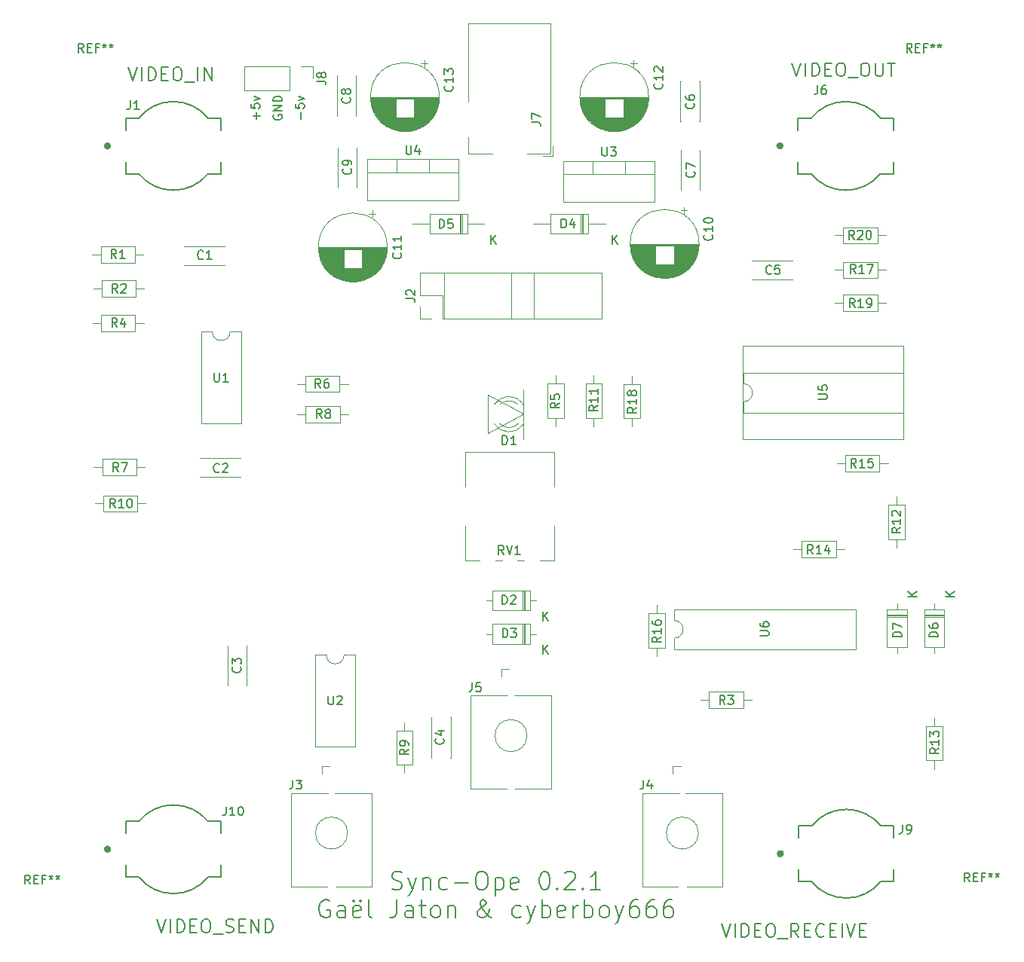
<source format=gbr>
G04 #@! TF.GenerationSoftware,KiCad,Pcbnew,(5.1.4-0-10_14)*
G04 #@! TF.CreationDate,2020-08-12T15:57:52+02:00*
G04 #@! TF.ProjectId,Sync-Ope-proto,53796e63-2d4f-4706-952d-70726f746f2e,0.2*
G04 #@! TF.SameCoordinates,Original*
G04 #@! TF.FileFunction,Legend,Top*
G04 #@! TF.FilePolarity,Positive*
%FSLAX46Y46*%
G04 Gerber Fmt 4.6, Leading zero omitted, Abs format (unit mm)*
G04 Created by KiCad (PCBNEW (5.1.4-0-10_14)) date 2020-08-12 15:57:52*
%MOMM*%
%LPD*%
G04 APERTURE LIST*
%ADD10C,0.150000*%
%ADD11C,0.120000*%
%ADD12C,0.400000*%
%ADD13C,0.127000*%
%ADD14C,0.200000*%
G04 APERTURE END LIST*
D10*
X123500000Y-56761904D02*
X123452380Y-56857142D01*
X123452380Y-57000000D01*
X123500000Y-57142857D01*
X123595238Y-57238095D01*
X123690476Y-57285714D01*
X123880952Y-57333333D01*
X124023809Y-57333333D01*
X124214285Y-57285714D01*
X124309523Y-57238095D01*
X124404761Y-57142857D01*
X124452380Y-57000000D01*
X124452380Y-56904761D01*
X124404761Y-56761904D01*
X124357142Y-56714285D01*
X124023809Y-56714285D01*
X124023809Y-56904761D01*
X124452380Y-56285714D02*
X123452380Y-56285714D01*
X124452380Y-55714285D01*
X123452380Y-55714285D01*
X124452380Y-55238095D02*
X123452380Y-55238095D01*
X123452380Y-55000000D01*
X123500000Y-54857142D01*
X123595238Y-54761904D01*
X123690476Y-54714285D01*
X123880952Y-54666666D01*
X124023809Y-54666666D01*
X124214285Y-54714285D01*
X124309523Y-54761904D01*
X124404761Y-54857142D01*
X124452380Y-55000000D01*
X124452380Y-55238095D01*
X126571428Y-57238095D02*
X126571428Y-56476190D01*
X125952380Y-55523809D02*
X125952380Y-56000000D01*
X126428571Y-56047619D01*
X126380952Y-56000000D01*
X126333333Y-55904761D01*
X126333333Y-55666666D01*
X126380952Y-55571428D01*
X126428571Y-55523809D01*
X126523809Y-55476190D01*
X126761904Y-55476190D01*
X126857142Y-55523809D01*
X126904761Y-55571428D01*
X126952380Y-55666666D01*
X126952380Y-55904761D01*
X126904761Y-56000000D01*
X126857142Y-56047619D01*
X126285714Y-55142857D02*
X126952380Y-54904761D01*
X126285714Y-54666666D01*
X121571428Y-57238095D02*
X121571428Y-56476190D01*
X121952380Y-56857142D02*
X121190476Y-56857142D01*
X120952380Y-55523809D02*
X120952380Y-56000000D01*
X121428571Y-56047619D01*
X121380952Y-56000000D01*
X121333333Y-55904761D01*
X121333333Y-55666666D01*
X121380952Y-55571428D01*
X121428571Y-55523809D01*
X121523809Y-55476190D01*
X121761904Y-55476190D01*
X121857142Y-55523809D01*
X121904761Y-55571428D01*
X121952380Y-55666666D01*
X121952380Y-55904761D01*
X121904761Y-56000000D01*
X121857142Y-56047619D01*
X121285714Y-55142857D02*
X121952380Y-54904761D01*
X121285714Y-54666666D01*
D11*
X147550000Y-92500000D02*
X151450000Y-90450000D01*
X147550000Y-88200000D02*
X147550000Y-92500000D01*
X151550000Y-90350000D02*
X147550000Y-88200000D01*
X151550000Y-87600000D02*
X151550000Y-93250000D01*
X152700000Y-74550000D02*
X152700000Y-79550000D01*
X150200000Y-74500000D02*
X150200000Y-79600000D01*
X142650000Y-74500000D02*
X142650000Y-79600000D01*
D10*
X173821428Y-147678571D02*
X174321428Y-149178571D01*
X174821428Y-147678571D01*
X175321428Y-149178571D02*
X175321428Y-147678571D01*
X176035714Y-149178571D02*
X176035714Y-147678571D01*
X176392857Y-147678571D01*
X176607142Y-147750000D01*
X176750000Y-147892857D01*
X176821428Y-148035714D01*
X176892857Y-148321428D01*
X176892857Y-148535714D01*
X176821428Y-148821428D01*
X176750000Y-148964285D01*
X176607142Y-149107142D01*
X176392857Y-149178571D01*
X176035714Y-149178571D01*
X177535714Y-148392857D02*
X178035714Y-148392857D01*
X178250000Y-149178571D02*
X177535714Y-149178571D01*
X177535714Y-147678571D01*
X178250000Y-147678571D01*
X179178571Y-147678571D02*
X179464285Y-147678571D01*
X179607142Y-147750000D01*
X179750000Y-147892857D01*
X179821428Y-148178571D01*
X179821428Y-148678571D01*
X179750000Y-148964285D01*
X179607142Y-149107142D01*
X179464285Y-149178571D01*
X179178571Y-149178571D01*
X179035714Y-149107142D01*
X178892857Y-148964285D01*
X178821428Y-148678571D01*
X178821428Y-148178571D01*
X178892857Y-147892857D01*
X179035714Y-147750000D01*
X179178571Y-147678571D01*
X180107142Y-149321428D02*
X181250000Y-149321428D01*
X182464285Y-149178571D02*
X181964285Y-148464285D01*
X181607142Y-149178571D02*
X181607142Y-147678571D01*
X182178571Y-147678571D01*
X182321428Y-147750000D01*
X182392857Y-147821428D01*
X182464285Y-147964285D01*
X182464285Y-148178571D01*
X182392857Y-148321428D01*
X182321428Y-148392857D01*
X182178571Y-148464285D01*
X181607142Y-148464285D01*
X183107142Y-148392857D02*
X183607142Y-148392857D01*
X183821428Y-149178571D02*
X183107142Y-149178571D01*
X183107142Y-147678571D01*
X183821428Y-147678571D01*
X185321428Y-149035714D02*
X185250000Y-149107142D01*
X185035714Y-149178571D01*
X184892857Y-149178571D01*
X184678571Y-149107142D01*
X184535714Y-148964285D01*
X184464285Y-148821428D01*
X184392857Y-148535714D01*
X184392857Y-148321428D01*
X184464285Y-148035714D01*
X184535714Y-147892857D01*
X184678571Y-147750000D01*
X184892857Y-147678571D01*
X185035714Y-147678571D01*
X185250000Y-147750000D01*
X185321428Y-147821428D01*
X185964285Y-148392857D02*
X186464285Y-148392857D01*
X186678571Y-149178571D02*
X185964285Y-149178571D01*
X185964285Y-147678571D01*
X186678571Y-147678571D01*
X187321428Y-149178571D02*
X187321428Y-147678571D01*
X187821428Y-147678571D02*
X188321428Y-149178571D01*
X188821428Y-147678571D01*
X189321428Y-148392857D02*
X189821428Y-148392857D01*
X190035714Y-149178571D02*
X189321428Y-149178571D01*
X189321428Y-147678571D01*
X190035714Y-147678571D01*
X181714285Y-50928571D02*
X182214285Y-52428571D01*
X182714285Y-50928571D01*
X183214285Y-52428571D02*
X183214285Y-50928571D01*
X183928571Y-52428571D02*
X183928571Y-50928571D01*
X184285714Y-50928571D01*
X184500000Y-51000000D01*
X184642857Y-51142857D01*
X184714285Y-51285714D01*
X184785714Y-51571428D01*
X184785714Y-51785714D01*
X184714285Y-52071428D01*
X184642857Y-52214285D01*
X184500000Y-52357142D01*
X184285714Y-52428571D01*
X183928571Y-52428571D01*
X185428571Y-51642857D02*
X185928571Y-51642857D01*
X186142857Y-52428571D02*
X185428571Y-52428571D01*
X185428571Y-50928571D01*
X186142857Y-50928571D01*
X187071428Y-50928571D02*
X187357142Y-50928571D01*
X187500000Y-51000000D01*
X187642857Y-51142857D01*
X187714285Y-51428571D01*
X187714285Y-51928571D01*
X187642857Y-52214285D01*
X187500000Y-52357142D01*
X187357142Y-52428571D01*
X187071428Y-52428571D01*
X186928571Y-52357142D01*
X186785714Y-52214285D01*
X186714285Y-51928571D01*
X186714285Y-51428571D01*
X186785714Y-51142857D01*
X186928571Y-51000000D01*
X187071428Y-50928571D01*
X188000000Y-52571428D02*
X189142857Y-52571428D01*
X189785714Y-50928571D02*
X190071428Y-50928571D01*
X190214285Y-51000000D01*
X190357142Y-51142857D01*
X190428571Y-51428571D01*
X190428571Y-51928571D01*
X190357142Y-52214285D01*
X190214285Y-52357142D01*
X190071428Y-52428571D01*
X189785714Y-52428571D01*
X189642857Y-52357142D01*
X189500000Y-52214285D01*
X189428571Y-51928571D01*
X189428571Y-51428571D01*
X189500000Y-51142857D01*
X189642857Y-51000000D01*
X189785714Y-50928571D01*
X191071428Y-50928571D02*
X191071428Y-52142857D01*
X191142857Y-52285714D01*
X191214285Y-52357142D01*
X191357142Y-52428571D01*
X191642857Y-52428571D01*
X191785714Y-52357142D01*
X191857142Y-52285714D01*
X191928571Y-52142857D01*
X191928571Y-50928571D01*
X192428571Y-50928571D02*
X193285714Y-50928571D01*
X192857142Y-52428571D02*
X192857142Y-50928571D01*
X107214285Y-51428571D02*
X107714285Y-52928571D01*
X108214285Y-51428571D01*
X108714285Y-52928571D02*
X108714285Y-51428571D01*
X109428571Y-52928571D02*
X109428571Y-51428571D01*
X109785714Y-51428571D01*
X110000000Y-51500000D01*
X110142857Y-51642857D01*
X110214285Y-51785714D01*
X110285714Y-52071428D01*
X110285714Y-52285714D01*
X110214285Y-52571428D01*
X110142857Y-52714285D01*
X110000000Y-52857142D01*
X109785714Y-52928571D01*
X109428571Y-52928571D01*
X110928571Y-52142857D02*
X111428571Y-52142857D01*
X111642857Y-52928571D02*
X110928571Y-52928571D01*
X110928571Y-51428571D01*
X111642857Y-51428571D01*
X112571428Y-51428571D02*
X112857142Y-51428571D01*
X113000000Y-51500000D01*
X113142857Y-51642857D01*
X113214285Y-51928571D01*
X113214285Y-52428571D01*
X113142857Y-52714285D01*
X113000000Y-52857142D01*
X112857142Y-52928571D01*
X112571428Y-52928571D01*
X112428571Y-52857142D01*
X112285714Y-52714285D01*
X112214285Y-52428571D01*
X112214285Y-51928571D01*
X112285714Y-51642857D01*
X112428571Y-51500000D01*
X112571428Y-51428571D01*
X113500000Y-53071428D02*
X114642857Y-53071428D01*
X115000000Y-52928571D02*
X115000000Y-51428571D01*
X115714285Y-52928571D02*
X115714285Y-51428571D01*
X116571428Y-52928571D01*
X116571428Y-51428571D01*
X110428571Y-147178571D02*
X110928571Y-148678571D01*
X111428571Y-147178571D01*
X111928571Y-148678571D02*
X111928571Y-147178571D01*
X112642857Y-148678571D02*
X112642857Y-147178571D01*
X113000000Y-147178571D01*
X113214285Y-147250000D01*
X113357142Y-147392857D01*
X113428571Y-147535714D01*
X113500000Y-147821428D01*
X113500000Y-148035714D01*
X113428571Y-148321428D01*
X113357142Y-148464285D01*
X113214285Y-148607142D01*
X113000000Y-148678571D01*
X112642857Y-148678571D01*
X114142857Y-147892857D02*
X114642857Y-147892857D01*
X114857142Y-148678571D02*
X114142857Y-148678571D01*
X114142857Y-147178571D01*
X114857142Y-147178571D01*
X115785714Y-147178571D02*
X116071428Y-147178571D01*
X116214285Y-147250000D01*
X116357142Y-147392857D01*
X116428571Y-147678571D01*
X116428571Y-148178571D01*
X116357142Y-148464285D01*
X116214285Y-148607142D01*
X116071428Y-148678571D01*
X115785714Y-148678571D01*
X115642857Y-148607142D01*
X115500000Y-148464285D01*
X115428571Y-148178571D01*
X115428571Y-147678571D01*
X115500000Y-147392857D01*
X115642857Y-147250000D01*
X115785714Y-147178571D01*
X116714285Y-148821428D02*
X117857142Y-148821428D01*
X118142857Y-148607142D02*
X118357142Y-148678571D01*
X118714285Y-148678571D01*
X118857142Y-148607142D01*
X118928571Y-148535714D01*
X119000000Y-148392857D01*
X119000000Y-148250000D01*
X118928571Y-148107142D01*
X118857142Y-148035714D01*
X118714285Y-147964285D01*
X118428571Y-147892857D01*
X118285714Y-147821428D01*
X118214285Y-147750000D01*
X118142857Y-147607142D01*
X118142857Y-147464285D01*
X118214285Y-147321428D01*
X118285714Y-147250000D01*
X118428571Y-147178571D01*
X118785714Y-147178571D01*
X119000000Y-147250000D01*
X119642857Y-147892857D02*
X120142857Y-147892857D01*
X120357142Y-148678571D02*
X119642857Y-148678571D01*
X119642857Y-147178571D01*
X120357142Y-147178571D01*
X121000000Y-148678571D02*
X121000000Y-147178571D01*
X121857142Y-148678571D01*
X121857142Y-147178571D01*
X122571428Y-148678571D02*
X122571428Y-147178571D01*
X122928571Y-147178571D01*
X123142857Y-147250000D01*
X123285714Y-147392857D01*
X123357142Y-147535714D01*
X123428571Y-147821428D01*
X123428571Y-148035714D01*
X123357142Y-148321428D01*
X123285714Y-148464285D01*
X123142857Y-148607142D01*
X122928571Y-148678571D01*
X122571428Y-148678571D01*
X136785714Y-143734523D02*
X137071428Y-143829761D01*
X137547619Y-143829761D01*
X137738095Y-143734523D01*
X137833333Y-143639285D01*
X137928571Y-143448809D01*
X137928571Y-143258333D01*
X137833333Y-143067857D01*
X137738095Y-142972619D01*
X137547619Y-142877380D01*
X137166666Y-142782142D01*
X136976190Y-142686904D01*
X136880952Y-142591666D01*
X136785714Y-142401190D01*
X136785714Y-142210714D01*
X136880952Y-142020238D01*
X136976190Y-141925000D01*
X137166666Y-141829761D01*
X137642857Y-141829761D01*
X137928571Y-141925000D01*
X138595238Y-142496428D02*
X139071428Y-143829761D01*
X139547619Y-142496428D02*
X139071428Y-143829761D01*
X138880952Y-144305952D01*
X138785714Y-144401190D01*
X138595238Y-144496428D01*
X140309523Y-142496428D02*
X140309523Y-143829761D01*
X140309523Y-142686904D02*
X140404761Y-142591666D01*
X140595238Y-142496428D01*
X140880952Y-142496428D01*
X141071428Y-142591666D01*
X141166666Y-142782142D01*
X141166666Y-143829761D01*
X142976190Y-143734523D02*
X142785714Y-143829761D01*
X142404761Y-143829761D01*
X142214285Y-143734523D01*
X142119047Y-143639285D01*
X142023809Y-143448809D01*
X142023809Y-142877380D01*
X142119047Y-142686904D01*
X142214285Y-142591666D01*
X142404761Y-142496428D01*
X142785714Y-142496428D01*
X142976190Y-142591666D01*
X143833333Y-143067857D02*
X145357142Y-143067857D01*
X146690476Y-141829761D02*
X147071428Y-141829761D01*
X147261904Y-141925000D01*
X147452380Y-142115476D01*
X147547619Y-142496428D01*
X147547619Y-143163095D01*
X147452380Y-143544047D01*
X147261904Y-143734523D01*
X147071428Y-143829761D01*
X146690476Y-143829761D01*
X146500000Y-143734523D01*
X146309523Y-143544047D01*
X146214285Y-143163095D01*
X146214285Y-142496428D01*
X146309523Y-142115476D01*
X146500000Y-141925000D01*
X146690476Y-141829761D01*
X148404761Y-142496428D02*
X148404761Y-144496428D01*
X148404761Y-142591666D02*
X148595238Y-142496428D01*
X148976190Y-142496428D01*
X149166666Y-142591666D01*
X149261904Y-142686904D01*
X149357142Y-142877380D01*
X149357142Y-143448809D01*
X149261904Y-143639285D01*
X149166666Y-143734523D01*
X148976190Y-143829761D01*
X148595238Y-143829761D01*
X148404761Y-143734523D01*
X150976190Y-143734523D02*
X150785714Y-143829761D01*
X150404761Y-143829761D01*
X150214285Y-143734523D01*
X150119047Y-143544047D01*
X150119047Y-142782142D01*
X150214285Y-142591666D01*
X150404761Y-142496428D01*
X150785714Y-142496428D01*
X150976190Y-142591666D01*
X151071428Y-142782142D01*
X151071428Y-142972619D01*
X150119047Y-143163095D01*
X153833333Y-141829761D02*
X154023809Y-141829761D01*
X154214285Y-141925000D01*
X154309523Y-142020238D01*
X154404761Y-142210714D01*
X154500000Y-142591666D01*
X154500000Y-143067857D01*
X154404761Y-143448809D01*
X154309523Y-143639285D01*
X154214285Y-143734523D01*
X154023809Y-143829761D01*
X153833333Y-143829761D01*
X153642857Y-143734523D01*
X153547619Y-143639285D01*
X153452380Y-143448809D01*
X153357142Y-143067857D01*
X153357142Y-142591666D01*
X153452380Y-142210714D01*
X153547619Y-142020238D01*
X153642857Y-141925000D01*
X153833333Y-141829761D01*
X155357142Y-143639285D02*
X155452380Y-143734523D01*
X155357142Y-143829761D01*
X155261904Y-143734523D01*
X155357142Y-143639285D01*
X155357142Y-143829761D01*
X156214285Y-142020238D02*
X156309523Y-141925000D01*
X156500000Y-141829761D01*
X156976190Y-141829761D01*
X157166666Y-141925000D01*
X157261904Y-142020238D01*
X157357142Y-142210714D01*
X157357142Y-142401190D01*
X157261904Y-142686904D01*
X156119047Y-143829761D01*
X157357142Y-143829761D01*
X158214285Y-143639285D02*
X158309523Y-143734523D01*
X158214285Y-143829761D01*
X158119047Y-143734523D01*
X158214285Y-143639285D01*
X158214285Y-143829761D01*
X160214285Y-143829761D02*
X159071428Y-143829761D01*
X159642857Y-143829761D02*
X159642857Y-141829761D01*
X159452380Y-142115476D01*
X159261904Y-142305952D01*
X159071428Y-142401190D01*
X129738095Y-145075000D02*
X129547619Y-144979761D01*
X129261904Y-144979761D01*
X128976190Y-145075000D01*
X128785714Y-145265476D01*
X128690476Y-145455952D01*
X128595238Y-145836904D01*
X128595238Y-146122619D01*
X128690476Y-146503571D01*
X128785714Y-146694047D01*
X128976190Y-146884523D01*
X129261904Y-146979761D01*
X129452380Y-146979761D01*
X129738095Y-146884523D01*
X129833333Y-146789285D01*
X129833333Y-146122619D01*
X129452380Y-146122619D01*
X131547619Y-146979761D02*
X131547619Y-145932142D01*
X131452380Y-145741666D01*
X131261904Y-145646428D01*
X130880952Y-145646428D01*
X130690476Y-145741666D01*
X131547619Y-146884523D02*
X131357142Y-146979761D01*
X130880952Y-146979761D01*
X130690476Y-146884523D01*
X130595238Y-146694047D01*
X130595238Y-146503571D01*
X130690476Y-146313095D01*
X130880952Y-146217857D01*
X131357142Y-146217857D01*
X131547619Y-146122619D01*
X133261904Y-146884523D02*
X133071428Y-146979761D01*
X132690476Y-146979761D01*
X132500000Y-146884523D01*
X132404761Y-146694047D01*
X132404761Y-145932142D01*
X132500000Y-145741666D01*
X132690476Y-145646428D01*
X133071428Y-145646428D01*
X133261904Y-145741666D01*
X133357142Y-145932142D01*
X133357142Y-146122619D01*
X132404761Y-146313095D01*
X132500000Y-144979761D02*
X132595238Y-145075000D01*
X132500000Y-145170238D01*
X132404761Y-145075000D01*
X132500000Y-144979761D01*
X132500000Y-145170238D01*
X133261904Y-144979761D02*
X133357142Y-145075000D01*
X133261904Y-145170238D01*
X133166666Y-145075000D01*
X133261904Y-144979761D01*
X133261904Y-145170238D01*
X134500000Y-146979761D02*
X134309523Y-146884523D01*
X134214285Y-146694047D01*
X134214285Y-144979761D01*
X137357142Y-144979761D02*
X137357142Y-146408333D01*
X137261904Y-146694047D01*
X137071428Y-146884523D01*
X136785714Y-146979761D01*
X136595238Y-146979761D01*
X139166666Y-146979761D02*
X139166666Y-145932142D01*
X139071428Y-145741666D01*
X138880952Y-145646428D01*
X138500000Y-145646428D01*
X138309523Y-145741666D01*
X139166666Y-146884523D02*
X138976190Y-146979761D01*
X138500000Y-146979761D01*
X138309523Y-146884523D01*
X138214285Y-146694047D01*
X138214285Y-146503571D01*
X138309523Y-146313095D01*
X138500000Y-146217857D01*
X138976190Y-146217857D01*
X139166666Y-146122619D01*
X139833333Y-145646428D02*
X140595238Y-145646428D01*
X140119047Y-144979761D02*
X140119047Y-146694047D01*
X140214285Y-146884523D01*
X140404761Y-146979761D01*
X140595238Y-146979761D01*
X141547619Y-146979761D02*
X141357142Y-146884523D01*
X141261904Y-146789285D01*
X141166666Y-146598809D01*
X141166666Y-146027380D01*
X141261904Y-145836904D01*
X141357142Y-145741666D01*
X141547619Y-145646428D01*
X141833333Y-145646428D01*
X142023809Y-145741666D01*
X142119047Y-145836904D01*
X142214285Y-146027380D01*
X142214285Y-146598809D01*
X142119047Y-146789285D01*
X142023809Y-146884523D01*
X141833333Y-146979761D01*
X141547619Y-146979761D01*
X143071428Y-145646428D02*
X143071428Y-146979761D01*
X143071428Y-145836904D02*
X143166666Y-145741666D01*
X143357142Y-145646428D01*
X143642857Y-145646428D01*
X143833333Y-145741666D01*
X143928571Y-145932142D01*
X143928571Y-146979761D01*
X148023809Y-146979761D02*
X147928571Y-146979761D01*
X147738095Y-146884523D01*
X147452380Y-146598809D01*
X146976190Y-146027380D01*
X146785714Y-145741666D01*
X146690476Y-145455952D01*
X146690476Y-145265476D01*
X146785714Y-145075000D01*
X146976190Y-144979761D01*
X147071428Y-144979761D01*
X147261904Y-145075000D01*
X147357142Y-145265476D01*
X147357142Y-145360714D01*
X147261904Y-145551190D01*
X147166666Y-145646428D01*
X146595238Y-146027380D01*
X146500000Y-146122619D01*
X146404761Y-146313095D01*
X146404761Y-146598809D01*
X146500000Y-146789285D01*
X146595238Y-146884523D01*
X146785714Y-146979761D01*
X147071428Y-146979761D01*
X147261904Y-146884523D01*
X147357142Y-146789285D01*
X147642857Y-146408333D01*
X147738095Y-146122619D01*
X147738095Y-145932142D01*
X151261904Y-146884523D02*
X151071428Y-146979761D01*
X150690476Y-146979761D01*
X150500000Y-146884523D01*
X150404761Y-146789285D01*
X150309523Y-146598809D01*
X150309523Y-146027380D01*
X150404761Y-145836904D01*
X150500000Y-145741666D01*
X150690476Y-145646428D01*
X151071428Y-145646428D01*
X151261904Y-145741666D01*
X151928571Y-145646428D02*
X152404761Y-146979761D01*
X152880952Y-145646428D02*
X152404761Y-146979761D01*
X152214285Y-147455952D01*
X152119047Y-147551190D01*
X151928571Y-147646428D01*
X153642857Y-146979761D02*
X153642857Y-144979761D01*
X153642857Y-145741666D02*
X153833333Y-145646428D01*
X154214285Y-145646428D01*
X154404761Y-145741666D01*
X154500000Y-145836904D01*
X154595238Y-146027380D01*
X154595238Y-146598809D01*
X154500000Y-146789285D01*
X154404761Y-146884523D01*
X154214285Y-146979761D01*
X153833333Y-146979761D01*
X153642857Y-146884523D01*
X156214285Y-146884523D02*
X156023809Y-146979761D01*
X155642857Y-146979761D01*
X155452380Y-146884523D01*
X155357142Y-146694047D01*
X155357142Y-145932142D01*
X155452380Y-145741666D01*
X155642857Y-145646428D01*
X156023809Y-145646428D01*
X156214285Y-145741666D01*
X156309523Y-145932142D01*
X156309523Y-146122619D01*
X155357142Y-146313095D01*
X157166666Y-146979761D02*
X157166666Y-145646428D01*
X157166666Y-146027380D02*
X157261904Y-145836904D01*
X157357142Y-145741666D01*
X157547619Y-145646428D01*
X157738095Y-145646428D01*
X158404761Y-146979761D02*
X158404761Y-144979761D01*
X158404761Y-145741666D02*
X158595238Y-145646428D01*
X158976190Y-145646428D01*
X159166666Y-145741666D01*
X159261904Y-145836904D01*
X159357142Y-146027380D01*
X159357142Y-146598809D01*
X159261904Y-146789285D01*
X159166666Y-146884523D01*
X158976190Y-146979761D01*
X158595238Y-146979761D01*
X158404761Y-146884523D01*
X160500000Y-146979761D02*
X160309523Y-146884523D01*
X160214285Y-146789285D01*
X160119047Y-146598809D01*
X160119047Y-146027380D01*
X160214285Y-145836904D01*
X160309523Y-145741666D01*
X160500000Y-145646428D01*
X160785714Y-145646428D01*
X160976190Y-145741666D01*
X161071428Y-145836904D01*
X161166666Y-146027380D01*
X161166666Y-146598809D01*
X161071428Y-146789285D01*
X160976190Y-146884523D01*
X160785714Y-146979761D01*
X160500000Y-146979761D01*
X161833333Y-145646428D02*
X162309523Y-146979761D01*
X162785714Y-145646428D02*
X162309523Y-146979761D01*
X162119047Y-147455952D01*
X162023809Y-147551190D01*
X161833333Y-147646428D01*
X164404761Y-144979761D02*
X164023809Y-144979761D01*
X163833333Y-145075000D01*
X163738095Y-145170238D01*
X163547619Y-145455952D01*
X163452380Y-145836904D01*
X163452380Y-146598809D01*
X163547619Y-146789285D01*
X163642857Y-146884523D01*
X163833333Y-146979761D01*
X164214285Y-146979761D01*
X164404761Y-146884523D01*
X164500000Y-146789285D01*
X164595238Y-146598809D01*
X164595238Y-146122619D01*
X164500000Y-145932142D01*
X164404761Y-145836904D01*
X164214285Y-145741666D01*
X163833333Y-145741666D01*
X163642857Y-145836904D01*
X163547619Y-145932142D01*
X163452380Y-146122619D01*
X166309523Y-144979761D02*
X165928571Y-144979761D01*
X165738095Y-145075000D01*
X165642857Y-145170238D01*
X165452380Y-145455952D01*
X165357142Y-145836904D01*
X165357142Y-146598809D01*
X165452380Y-146789285D01*
X165547619Y-146884523D01*
X165738095Y-146979761D01*
X166119047Y-146979761D01*
X166309523Y-146884523D01*
X166404761Y-146789285D01*
X166500000Y-146598809D01*
X166500000Y-146122619D01*
X166404761Y-145932142D01*
X166309523Y-145836904D01*
X166119047Y-145741666D01*
X165738095Y-145741666D01*
X165547619Y-145836904D01*
X165452380Y-145932142D01*
X165357142Y-146122619D01*
X168214285Y-144979761D02*
X167833333Y-144979761D01*
X167642857Y-145075000D01*
X167547619Y-145170238D01*
X167357142Y-145455952D01*
X167261904Y-145836904D01*
X167261904Y-146598809D01*
X167357142Y-146789285D01*
X167452380Y-146884523D01*
X167642857Y-146979761D01*
X168023809Y-146979761D01*
X168214285Y-146884523D01*
X168309523Y-146789285D01*
X168404761Y-146598809D01*
X168404761Y-146122619D01*
X168309523Y-145932142D01*
X168214285Y-145836904D01*
X168023809Y-145741666D01*
X167642857Y-145741666D01*
X167452380Y-145836904D01*
X167357142Y-145932142D01*
X167261904Y-146122619D01*
D11*
X172390000Y-121580000D02*
X172390000Y-123420000D01*
X172390000Y-123420000D02*
X176230000Y-123420000D01*
X176230000Y-123420000D02*
X176230000Y-121580000D01*
X176230000Y-121580000D02*
X172390000Y-121580000D01*
X171440000Y-122500000D02*
X172390000Y-122500000D01*
X177180000Y-122500000D02*
X176230000Y-122500000D01*
X118020000Y-73670000D02*
X113480000Y-73670000D01*
X118020000Y-71530000D02*
X113480000Y-71530000D01*
X118020000Y-73670000D02*
X118020000Y-73655000D01*
X118020000Y-71545000D02*
X118020000Y-71530000D01*
X113480000Y-73670000D02*
X113480000Y-73655000D01*
X113480000Y-71545000D02*
X113480000Y-71530000D01*
X115230000Y-95345000D02*
X115230000Y-95330000D01*
X115230000Y-97470000D02*
X115230000Y-97455000D01*
X119770000Y-95345000D02*
X119770000Y-95330000D01*
X119770000Y-97470000D02*
X119770000Y-97455000D01*
X119770000Y-95330000D02*
X115230000Y-95330000D01*
X119770000Y-97470000D02*
X115230000Y-97470000D01*
X118330000Y-120920000D02*
X118330000Y-116380000D01*
X120470000Y-120920000D02*
X120470000Y-116380000D01*
X118330000Y-120920000D02*
X118345000Y-120920000D01*
X120455000Y-120920000D02*
X120470000Y-120920000D01*
X118330000Y-116380000D02*
X118345000Y-116380000D01*
X120455000Y-116380000D02*
X120470000Y-116380000D01*
X143355000Y-124480000D02*
X143370000Y-124480000D01*
X141230000Y-124480000D02*
X141245000Y-124480000D01*
X143355000Y-129020000D02*
X143370000Y-129020000D01*
X141230000Y-129020000D02*
X141245000Y-129020000D01*
X143370000Y-129020000D02*
X143370000Y-124480000D01*
X141230000Y-129020000D02*
X141230000Y-124480000D01*
X181770000Y-75270000D02*
X177230000Y-75270000D01*
X181770000Y-73130000D02*
X177230000Y-73130000D01*
X181770000Y-75270000D02*
X181770000Y-75255000D01*
X181770000Y-73145000D02*
X181770000Y-73130000D01*
X177230000Y-75270000D02*
X177230000Y-75255000D01*
X177230000Y-73145000D02*
X177230000Y-73130000D01*
X169195000Y-57520000D02*
X169180000Y-57520000D01*
X171320000Y-57520000D02*
X171305000Y-57520000D01*
X169195000Y-52980000D02*
X169180000Y-52980000D01*
X171320000Y-52980000D02*
X171305000Y-52980000D01*
X169180000Y-52980000D02*
X169180000Y-57520000D01*
X171320000Y-52980000D02*
X171320000Y-57520000D01*
X171370000Y-60680000D02*
X171370000Y-65220000D01*
X169230000Y-60680000D02*
X169230000Y-65220000D01*
X171370000Y-60680000D02*
X171355000Y-60680000D01*
X169245000Y-60680000D02*
X169230000Y-60680000D01*
X171370000Y-65220000D02*
X171355000Y-65220000D01*
X169245000Y-65220000D02*
X169230000Y-65220000D01*
X130645000Y-56870000D02*
X130630000Y-56870000D01*
X132770000Y-56870000D02*
X132755000Y-56870000D01*
X130645000Y-52330000D02*
X130630000Y-52330000D01*
X132770000Y-52330000D02*
X132755000Y-52330000D01*
X130630000Y-52330000D02*
X130630000Y-56870000D01*
X132770000Y-52330000D02*
X132770000Y-56870000D01*
X130730000Y-64970000D02*
X130730000Y-60430000D01*
X132870000Y-64970000D02*
X132870000Y-60430000D01*
X130730000Y-64970000D02*
X130745000Y-64970000D01*
X132855000Y-64970000D02*
X132870000Y-64970000D01*
X130730000Y-60430000D02*
X130745000Y-60430000D01*
X132855000Y-60430000D02*
X132870000Y-60430000D01*
X171270000Y-71250000D02*
G75*
G03X171270000Y-71250000I-3870000J0D01*
G01*
X171230000Y-71250000D02*
X163570000Y-71250000D01*
X171230000Y-71290000D02*
X163570000Y-71290000D01*
X171230000Y-71330000D02*
X163570000Y-71330000D01*
X171229000Y-71370000D02*
X163571000Y-71370000D01*
X171227000Y-71410000D02*
X163573000Y-71410000D01*
X171225000Y-71450000D02*
X163575000Y-71450000D01*
X171223000Y-71490000D02*
X168440000Y-71490000D01*
X166360000Y-71490000D02*
X163577000Y-71490000D01*
X171220000Y-71530000D02*
X168440000Y-71530000D01*
X166360000Y-71530000D02*
X163580000Y-71530000D01*
X171217000Y-71570000D02*
X168440000Y-71570000D01*
X166360000Y-71570000D02*
X163583000Y-71570000D01*
X171214000Y-71610000D02*
X168440000Y-71610000D01*
X166360000Y-71610000D02*
X163586000Y-71610000D01*
X171210000Y-71650000D02*
X168440000Y-71650000D01*
X166360000Y-71650000D02*
X163590000Y-71650000D01*
X171205000Y-71690000D02*
X168440000Y-71690000D01*
X166360000Y-71690000D02*
X163595000Y-71690000D01*
X171201000Y-71730000D02*
X168440000Y-71730000D01*
X166360000Y-71730000D02*
X163599000Y-71730000D01*
X171195000Y-71770000D02*
X168440000Y-71770000D01*
X166360000Y-71770000D02*
X163605000Y-71770000D01*
X171190000Y-71810000D02*
X168440000Y-71810000D01*
X166360000Y-71810000D02*
X163610000Y-71810000D01*
X171184000Y-71850000D02*
X168440000Y-71850000D01*
X166360000Y-71850000D02*
X163616000Y-71850000D01*
X171177000Y-71890000D02*
X168440000Y-71890000D01*
X166360000Y-71890000D02*
X163623000Y-71890000D01*
X171170000Y-71930000D02*
X168440000Y-71930000D01*
X166360000Y-71930000D02*
X163630000Y-71930000D01*
X171163000Y-71971000D02*
X168440000Y-71971000D01*
X166360000Y-71971000D02*
X163637000Y-71971000D01*
X171155000Y-72011000D02*
X168440000Y-72011000D01*
X166360000Y-72011000D02*
X163645000Y-72011000D01*
X171147000Y-72051000D02*
X168440000Y-72051000D01*
X166360000Y-72051000D02*
X163653000Y-72051000D01*
X171138000Y-72091000D02*
X168440000Y-72091000D01*
X166360000Y-72091000D02*
X163662000Y-72091000D01*
X171129000Y-72131000D02*
X168440000Y-72131000D01*
X166360000Y-72131000D02*
X163671000Y-72131000D01*
X171120000Y-72171000D02*
X168440000Y-72171000D01*
X166360000Y-72171000D02*
X163680000Y-72171000D01*
X171110000Y-72211000D02*
X168440000Y-72211000D01*
X166360000Y-72211000D02*
X163690000Y-72211000D01*
X171099000Y-72251000D02*
X168440000Y-72251000D01*
X166360000Y-72251000D02*
X163701000Y-72251000D01*
X171088000Y-72291000D02*
X168440000Y-72291000D01*
X166360000Y-72291000D02*
X163712000Y-72291000D01*
X171077000Y-72331000D02*
X168440000Y-72331000D01*
X166360000Y-72331000D02*
X163723000Y-72331000D01*
X171065000Y-72371000D02*
X168440000Y-72371000D01*
X166360000Y-72371000D02*
X163735000Y-72371000D01*
X171053000Y-72411000D02*
X168440000Y-72411000D01*
X166360000Y-72411000D02*
X163747000Y-72411000D01*
X171040000Y-72451000D02*
X168440000Y-72451000D01*
X166360000Y-72451000D02*
X163760000Y-72451000D01*
X171026000Y-72491000D02*
X168440000Y-72491000D01*
X166360000Y-72491000D02*
X163774000Y-72491000D01*
X171013000Y-72531000D02*
X168440000Y-72531000D01*
X166360000Y-72531000D02*
X163787000Y-72531000D01*
X170998000Y-72571000D02*
X168440000Y-72571000D01*
X166360000Y-72571000D02*
X163802000Y-72571000D01*
X170984000Y-72611000D02*
X168440000Y-72611000D01*
X166360000Y-72611000D02*
X163816000Y-72611000D01*
X170968000Y-72651000D02*
X168440000Y-72651000D01*
X166360000Y-72651000D02*
X163832000Y-72651000D01*
X170953000Y-72691000D02*
X168440000Y-72691000D01*
X166360000Y-72691000D02*
X163847000Y-72691000D01*
X170936000Y-72731000D02*
X168440000Y-72731000D01*
X166360000Y-72731000D02*
X163864000Y-72731000D01*
X170920000Y-72771000D02*
X168440000Y-72771000D01*
X166360000Y-72771000D02*
X163880000Y-72771000D01*
X170902000Y-72811000D02*
X168440000Y-72811000D01*
X166360000Y-72811000D02*
X163898000Y-72811000D01*
X170884000Y-72851000D02*
X168440000Y-72851000D01*
X166360000Y-72851000D02*
X163916000Y-72851000D01*
X170866000Y-72891000D02*
X168440000Y-72891000D01*
X166360000Y-72891000D02*
X163934000Y-72891000D01*
X170847000Y-72931000D02*
X168440000Y-72931000D01*
X166360000Y-72931000D02*
X163953000Y-72931000D01*
X170827000Y-72971000D02*
X168440000Y-72971000D01*
X166360000Y-72971000D02*
X163973000Y-72971000D01*
X170807000Y-73011000D02*
X168440000Y-73011000D01*
X166360000Y-73011000D02*
X163993000Y-73011000D01*
X170786000Y-73051000D02*
X168440000Y-73051000D01*
X166360000Y-73051000D02*
X164014000Y-73051000D01*
X170765000Y-73091000D02*
X168440000Y-73091000D01*
X166360000Y-73091000D02*
X164035000Y-73091000D01*
X170743000Y-73131000D02*
X168440000Y-73131000D01*
X166360000Y-73131000D02*
X164057000Y-73131000D01*
X170721000Y-73171000D02*
X168440000Y-73171000D01*
X166360000Y-73171000D02*
X164079000Y-73171000D01*
X170697000Y-73211000D02*
X168440000Y-73211000D01*
X166360000Y-73211000D02*
X164103000Y-73211000D01*
X170674000Y-73251000D02*
X168440000Y-73251000D01*
X166360000Y-73251000D02*
X164126000Y-73251000D01*
X170649000Y-73291000D02*
X168440000Y-73291000D01*
X166360000Y-73291000D02*
X164151000Y-73291000D01*
X170624000Y-73331000D02*
X168440000Y-73331000D01*
X166360000Y-73331000D02*
X164176000Y-73331000D01*
X170598000Y-73371000D02*
X168440000Y-73371000D01*
X166360000Y-73371000D02*
X164202000Y-73371000D01*
X170572000Y-73411000D02*
X168440000Y-73411000D01*
X166360000Y-73411000D02*
X164228000Y-73411000D01*
X170544000Y-73451000D02*
X168440000Y-73451000D01*
X166360000Y-73451000D02*
X164256000Y-73451000D01*
X170516000Y-73491000D02*
X168440000Y-73491000D01*
X166360000Y-73491000D02*
X164284000Y-73491000D01*
X170488000Y-73531000D02*
X168440000Y-73531000D01*
X166360000Y-73531000D02*
X164312000Y-73531000D01*
X170458000Y-73571000D02*
X164342000Y-73571000D01*
X170428000Y-73611000D02*
X164372000Y-73611000D01*
X170396000Y-73651000D02*
X164404000Y-73651000D01*
X170364000Y-73691000D02*
X164436000Y-73691000D01*
X170331000Y-73731000D02*
X164469000Y-73731000D01*
X170298000Y-73771000D02*
X164502000Y-73771000D01*
X170263000Y-73811000D02*
X164537000Y-73811000D01*
X170227000Y-73851000D02*
X164573000Y-73851000D01*
X170190000Y-73891000D02*
X164610000Y-73891000D01*
X170152000Y-73931000D02*
X164648000Y-73931000D01*
X170113000Y-73971000D02*
X164687000Y-73971000D01*
X170073000Y-74011000D02*
X164727000Y-74011000D01*
X170032000Y-74051000D02*
X164768000Y-74051000D01*
X169989000Y-74091000D02*
X164811000Y-74091000D01*
X169946000Y-74131000D02*
X164854000Y-74131000D01*
X169900000Y-74171000D02*
X164900000Y-74171000D01*
X169854000Y-74211000D02*
X164946000Y-74211000D01*
X169805000Y-74251000D02*
X164995000Y-74251000D01*
X169755000Y-74291000D02*
X165045000Y-74291000D01*
X169704000Y-74331000D02*
X165096000Y-74331000D01*
X169650000Y-74371000D02*
X165150000Y-74371000D01*
X169595000Y-74411000D02*
X165205000Y-74411000D01*
X169537000Y-74451000D02*
X165263000Y-74451000D01*
X169477000Y-74491000D02*
X165323000Y-74491000D01*
X169414000Y-74531000D02*
X165386000Y-74531000D01*
X169349000Y-74571000D02*
X165451000Y-74571000D01*
X169281000Y-74611000D02*
X165519000Y-74611000D01*
X169209000Y-74651000D02*
X165591000Y-74651000D01*
X169133000Y-74691000D02*
X165667000Y-74691000D01*
X169054000Y-74731000D02*
X165746000Y-74731000D01*
X168969000Y-74771000D02*
X165831000Y-74771000D01*
X168878000Y-74811000D02*
X165922000Y-74811000D01*
X168781000Y-74851000D02*
X166019000Y-74851000D01*
X168675000Y-74891000D02*
X166125000Y-74891000D01*
X168558000Y-74931000D02*
X166242000Y-74931000D01*
X168428000Y-74971000D02*
X166372000Y-74971000D01*
X168277000Y-75011000D02*
X166523000Y-75011000D01*
X168093000Y-75051000D02*
X166707000Y-75051000D01*
X167841000Y-75091000D02*
X166959000Y-75091000D01*
X169575000Y-67107789D02*
X169575000Y-67857789D01*
X169950000Y-67482789D02*
X169200000Y-67482789D01*
X134950000Y-67882789D02*
X134200000Y-67882789D01*
X134575000Y-67507789D02*
X134575000Y-68257789D01*
X132841000Y-75491000D02*
X131959000Y-75491000D01*
X133093000Y-75451000D02*
X131707000Y-75451000D01*
X133277000Y-75411000D02*
X131523000Y-75411000D01*
X133428000Y-75371000D02*
X131372000Y-75371000D01*
X133558000Y-75331000D02*
X131242000Y-75331000D01*
X133675000Y-75291000D02*
X131125000Y-75291000D01*
X133781000Y-75251000D02*
X131019000Y-75251000D01*
X133878000Y-75211000D02*
X130922000Y-75211000D01*
X133969000Y-75171000D02*
X130831000Y-75171000D01*
X134054000Y-75131000D02*
X130746000Y-75131000D01*
X134133000Y-75091000D02*
X130667000Y-75091000D01*
X134209000Y-75051000D02*
X130591000Y-75051000D01*
X134281000Y-75011000D02*
X130519000Y-75011000D01*
X134349000Y-74971000D02*
X130451000Y-74971000D01*
X134414000Y-74931000D02*
X130386000Y-74931000D01*
X134477000Y-74891000D02*
X130323000Y-74891000D01*
X134537000Y-74851000D02*
X130263000Y-74851000D01*
X134595000Y-74811000D02*
X130205000Y-74811000D01*
X134650000Y-74771000D02*
X130150000Y-74771000D01*
X134704000Y-74731000D02*
X130096000Y-74731000D01*
X134755000Y-74691000D02*
X130045000Y-74691000D01*
X134805000Y-74651000D02*
X129995000Y-74651000D01*
X134854000Y-74611000D02*
X129946000Y-74611000D01*
X134900000Y-74571000D02*
X129900000Y-74571000D01*
X134946000Y-74531000D02*
X129854000Y-74531000D01*
X134989000Y-74491000D02*
X129811000Y-74491000D01*
X135032000Y-74451000D02*
X129768000Y-74451000D01*
X135073000Y-74411000D02*
X129727000Y-74411000D01*
X135113000Y-74371000D02*
X129687000Y-74371000D01*
X135152000Y-74331000D02*
X129648000Y-74331000D01*
X135190000Y-74291000D02*
X129610000Y-74291000D01*
X135227000Y-74251000D02*
X129573000Y-74251000D01*
X135263000Y-74211000D02*
X129537000Y-74211000D01*
X135298000Y-74171000D02*
X129502000Y-74171000D01*
X135331000Y-74131000D02*
X129469000Y-74131000D01*
X135364000Y-74091000D02*
X129436000Y-74091000D01*
X135396000Y-74051000D02*
X129404000Y-74051000D01*
X135428000Y-74011000D02*
X129372000Y-74011000D01*
X135458000Y-73971000D02*
X129342000Y-73971000D01*
X131360000Y-73931000D02*
X129312000Y-73931000D01*
X135488000Y-73931000D02*
X133440000Y-73931000D01*
X131360000Y-73891000D02*
X129284000Y-73891000D01*
X135516000Y-73891000D02*
X133440000Y-73891000D01*
X131360000Y-73851000D02*
X129256000Y-73851000D01*
X135544000Y-73851000D02*
X133440000Y-73851000D01*
X131360000Y-73811000D02*
X129228000Y-73811000D01*
X135572000Y-73811000D02*
X133440000Y-73811000D01*
X131360000Y-73771000D02*
X129202000Y-73771000D01*
X135598000Y-73771000D02*
X133440000Y-73771000D01*
X131360000Y-73731000D02*
X129176000Y-73731000D01*
X135624000Y-73731000D02*
X133440000Y-73731000D01*
X131360000Y-73691000D02*
X129151000Y-73691000D01*
X135649000Y-73691000D02*
X133440000Y-73691000D01*
X131360000Y-73651000D02*
X129126000Y-73651000D01*
X135674000Y-73651000D02*
X133440000Y-73651000D01*
X131360000Y-73611000D02*
X129103000Y-73611000D01*
X135697000Y-73611000D02*
X133440000Y-73611000D01*
X131360000Y-73571000D02*
X129079000Y-73571000D01*
X135721000Y-73571000D02*
X133440000Y-73571000D01*
X131360000Y-73531000D02*
X129057000Y-73531000D01*
X135743000Y-73531000D02*
X133440000Y-73531000D01*
X131360000Y-73491000D02*
X129035000Y-73491000D01*
X135765000Y-73491000D02*
X133440000Y-73491000D01*
X131360000Y-73451000D02*
X129014000Y-73451000D01*
X135786000Y-73451000D02*
X133440000Y-73451000D01*
X131360000Y-73411000D02*
X128993000Y-73411000D01*
X135807000Y-73411000D02*
X133440000Y-73411000D01*
X131360000Y-73371000D02*
X128973000Y-73371000D01*
X135827000Y-73371000D02*
X133440000Y-73371000D01*
X131360000Y-73331000D02*
X128953000Y-73331000D01*
X135847000Y-73331000D02*
X133440000Y-73331000D01*
X131360000Y-73291000D02*
X128934000Y-73291000D01*
X135866000Y-73291000D02*
X133440000Y-73291000D01*
X131360000Y-73251000D02*
X128916000Y-73251000D01*
X135884000Y-73251000D02*
X133440000Y-73251000D01*
X131360000Y-73211000D02*
X128898000Y-73211000D01*
X135902000Y-73211000D02*
X133440000Y-73211000D01*
X131360000Y-73171000D02*
X128880000Y-73171000D01*
X135920000Y-73171000D02*
X133440000Y-73171000D01*
X131360000Y-73131000D02*
X128864000Y-73131000D01*
X135936000Y-73131000D02*
X133440000Y-73131000D01*
X131360000Y-73091000D02*
X128847000Y-73091000D01*
X135953000Y-73091000D02*
X133440000Y-73091000D01*
X131360000Y-73051000D02*
X128832000Y-73051000D01*
X135968000Y-73051000D02*
X133440000Y-73051000D01*
X131360000Y-73011000D02*
X128816000Y-73011000D01*
X135984000Y-73011000D02*
X133440000Y-73011000D01*
X131360000Y-72971000D02*
X128802000Y-72971000D01*
X135998000Y-72971000D02*
X133440000Y-72971000D01*
X131360000Y-72931000D02*
X128787000Y-72931000D01*
X136013000Y-72931000D02*
X133440000Y-72931000D01*
X131360000Y-72891000D02*
X128774000Y-72891000D01*
X136026000Y-72891000D02*
X133440000Y-72891000D01*
X131360000Y-72851000D02*
X128760000Y-72851000D01*
X136040000Y-72851000D02*
X133440000Y-72851000D01*
X131360000Y-72811000D02*
X128747000Y-72811000D01*
X136053000Y-72811000D02*
X133440000Y-72811000D01*
X131360000Y-72771000D02*
X128735000Y-72771000D01*
X136065000Y-72771000D02*
X133440000Y-72771000D01*
X131360000Y-72731000D02*
X128723000Y-72731000D01*
X136077000Y-72731000D02*
X133440000Y-72731000D01*
X131360000Y-72691000D02*
X128712000Y-72691000D01*
X136088000Y-72691000D02*
X133440000Y-72691000D01*
X131360000Y-72651000D02*
X128701000Y-72651000D01*
X136099000Y-72651000D02*
X133440000Y-72651000D01*
X131360000Y-72611000D02*
X128690000Y-72611000D01*
X136110000Y-72611000D02*
X133440000Y-72611000D01*
X131360000Y-72571000D02*
X128680000Y-72571000D01*
X136120000Y-72571000D02*
X133440000Y-72571000D01*
X131360000Y-72531000D02*
X128671000Y-72531000D01*
X136129000Y-72531000D02*
X133440000Y-72531000D01*
X131360000Y-72491000D02*
X128662000Y-72491000D01*
X136138000Y-72491000D02*
X133440000Y-72491000D01*
X131360000Y-72451000D02*
X128653000Y-72451000D01*
X136147000Y-72451000D02*
X133440000Y-72451000D01*
X131360000Y-72411000D02*
X128645000Y-72411000D01*
X136155000Y-72411000D02*
X133440000Y-72411000D01*
X131360000Y-72371000D02*
X128637000Y-72371000D01*
X136163000Y-72371000D02*
X133440000Y-72371000D01*
X131360000Y-72330000D02*
X128630000Y-72330000D01*
X136170000Y-72330000D02*
X133440000Y-72330000D01*
X131360000Y-72290000D02*
X128623000Y-72290000D01*
X136177000Y-72290000D02*
X133440000Y-72290000D01*
X131360000Y-72250000D02*
X128616000Y-72250000D01*
X136184000Y-72250000D02*
X133440000Y-72250000D01*
X131360000Y-72210000D02*
X128610000Y-72210000D01*
X136190000Y-72210000D02*
X133440000Y-72210000D01*
X131360000Y-72170000D02*
X128605000Y-72170000D01*
X136195000Y-72170000D02*
X133440000Y-72170000D01*
X131360000Y-72130000D02*
X128599000Y-72130000D01*
X136201000Y-72130000D02*
X133440000Y-72130000D01*
X131360000Y-72090000D02*
X128595000Y-72090000D01*
X136205000Y-72090000D02*
X133440000Y-72090000D01*
X131360000Y-72050000D02*
X128590000Y-72050000D01*
X136210000Y-72050000D02*
X133440000Y-72050000D01*
X131360000Y-72010000D02*
X128586000Y-72010000D01*
X136214000Y-72010000D02*
X133440000Y-72010000D01*
X131360000Y-71970000D02*
X128583000Y-71970000D01*
X136217000Y-71970000D02*
X133440000Y-71970000D01*
X131360000Y-71930000D02*
X128580000Y-71930000D01*
X136220000Y-71930000D02*
X133440000Y-71930000D01*
X131360000Y-71890000D02*
X128577000Y-71890000D01*
X136223000Y-71890000D02*
X133440000Y-71890000D01*
X136225000Y-71850000D02*
X128575000Y-71850000D01*
X136227000Y-71810000D02*
X128573000Y-71810000D01*
X136229000Y-71770000D02*
X128571000Y-71770000D01*
X136230000Y-71730000D02*
X128570000Y-71730000D01*
X136230000Y-71690000D02*
X128570000Y-71690000D01*
X136230000Y-71650000D02*
X128570000Y-71650000D01*
X136270000Y-71650000D02*
G75*
G03X136270000Y-71650000I-3870000J0D01*
G01*
X165620000Y-54750000D02*
G75*
G03X165620000Y-54750000I-3870000J0D01*
G01*
X165580000Y-54750000D02*
X157920000Y-54750000D01*
X165580000Y-54790000D02*
X157920000Y-54790000D01*
X165580000Y-54830000D02*
X157920000Y-54830000D01*
X165579000Y-54870000D02*
X157921000Y-54870000D01*
X165577000Y-54910000D02*
X157923000Y-54910000D01*
X165575000Y-54950000D02*
X157925000Y-54950000D01*
X165573000Y-54990000D02*
X162790000Y-54990000D01*
X160710000Y-54990000D02*
X157927000Y-54990000D01*
X165570000Y-55030000D02*
X162790000Y-55030000D01*
X160710000Y-55030000D02*
X157930000Y-55030000D01*
X165567000Y-55070000D02*
X162790000Y-55070000D01*
X160710000Y-55070000D02*
X157933000Y-55070000D01*
X165564000Y-55110000D02*
X162790000Y-55110000D01*
X160710000Y-55110000D02*
X157936000Y-55110000D01*
X165560000Y-55150000D02*
X162790000Y-55150000D01*
X160710000Y-55150000D02*
X157940000Y-55150000D01*
X165555000Y-55190000D02*
X162790000Y-55190000D01*
X160710000Y-55190000D02*
X157945000Y-55190000D01*
X165551000Y-55230000D02*
X162790000Y-55230000D01*
X160710000Y-55230000D02*
X157949000Y-55230000D01*
X165545000Y-55270000D02*
X162790000Y-55270000D01*
X160710000Y-55270000D02*
X157955000Y-55270000D01*
X165540000Y-55310000D02*
X162790000Y-55310000D01*
X160710000Y-55310000D02*
X157960000Y-55310000D01*
X165534000Y-55350000D02*
X162790000Y-55350000D01*
X160710000Y-55350000D02*
X157966000Y-55350000D01*
X165527000Y-55390000D02*
X162790000Y-55390000D01*
X160710000Y-55390000D02*
X157973000Y-55390000D01*
X165520000Y-55430000D02*
X162790000Y-55430000D01*
X160710000Y-55430000D02*
X157980000Y-55430000D01*
X165513000Y-55471000D02*
X162790000Y-55471000D01*
X160710000Y-55471000D02*
X157987000Y-55471000D01*
X165505000Y-55511000D02*
X162790000Y-55511000D01*
X160710000Y-55511000D02*
X157995000Y-55511000D01*
X165497000Y-55551000D02*
X162790000Y-55551000D01*
X160710000Y-55551000D02*
X158003000Y-55551000D01*
X165488000Y-55591000D02*
X162790000Y-55591000D01*
X160710000Y-55591000D02*
X158012000Y-55591000D01*
X165479000Y-55631000D02*
X162790000Y-55631000D01*
X160710000Y-55631000D02*
X158021000Y-55631000D01*
X165470000Y-55671000D02*
X162790000Y-55671000D01*
X160710000Y-55671000D02*
X158030000Y-55671000D01*
X165460000Y-55711000D02*
X162790000Y-55711000D01*
X160710000Y-55711000D02*
X158040000Y-55711000D01*
X165449000Y-55751000D02*
X162790000Y-55751000D01*
X160710000Y-55751000D02*
X158051000Y-55751000D01*
X165438000Y-55791000D02*
X162790000Y-55791000D01*
X160710000Y-55791000D02*
X158062000Y-55791000D01*
X165427000Y-55831000D02*
X162790000Y-55831000D01*
X160710000Y-55831000D02*
X158073000Y-55831000D01*
X165415000Y-55871000D02*
X162790000Y-55871000D01*
X160710000Y-55871000D02*
X158085000Y-55871000D01*
X165403000Y-55911000D02*
X162790000Y-55911000D01*
X160710000Y-55911000D02*
X158097000Y-55911000D01*
X165390000Y-55951000D02*
X162790000Y-55951000D01*
X160710000Y-55951000D02*
X158110000Y-55951000D01*
X165376000Y-55991000D02*
X162790000Y-55991000D01*
X160710000Y-55991000D02*
X158124000Y-55991000D01*
X165363000Y-56031000D02*
X162790000Y-56031000D01*
X160710000Y-56031000D02*
X158137000Y-56031000D01*
X165348000Y-56071000D02*
X162790000Y-56071000D01*
X160710000Y-56071000D02*
X158152000Y-56071000D01*
X165334000Y-56111000D02*
X162790000Y-56111000D01*
X160710000Y-56111000D02*
X158166000Y-56111000D01*
X165318000Y-56151000D02*
X162790000Y-56151000D01*
X160710000Y-56151000D02*
X158182000Y-56151000D01*
X165303000Y-56191000D02*
X162790000Y-56191000D01*
X160710000Y-56191000D02*
X158197000Y-56191000D01*
X165286000Y-56231000D02*
X162790000Y-56231000D01*
X160710000Y-56231000D02*
X158214000Y-56231000D01*
X165270000Y-56271000D02*
X162790000Y-56271000D01*
X160710000Y-56271000D02*
X158230000Y-56271000D01*
X165252000Y-56311000D02*
X162790000Y-56311000D01*
X160710000Y-56311000D02*
X158248000Y-56311000D01*
X165234000Y-56351000D02*
X162790000Y-56351000D01*
X160710000Y-56351000D02*
X158266000Y-56351000D01*
X165216000Y-56391000D02*
X162790000Y-56391000D01*
X160710000Y-56391000D02*
X158284000Y-56391000D01*
X165197000Y-56431000D02*
X162790000Y-56431000D01*
X160710000Y-56431000D02*
X158303000Y-56431000D01*
X165177000Y-56471000D02*
X162790000Y-56471000D01*
X160710000Y-56471000D02*
X158323000Y-56471000D01*
X165157000Y-56511000D02*
X162790000Y-56511000D01*
X160710000Y-56511000D02*
X158343000Y-56511000D01*
X165136000Y-56551000D02*
X162790000Y-56551000D01*
X160710000Y-56551000D02*
X158364000Y-56551000D01*
X165115000Y-56591000D02*
X162790000Y-56591000D01*
X160710000Y-56591000D02*
X158385000Y-56591000D01*
X165093000Y-56631000D02*
X162790000Y-56631000D01*
X160710000Y-56631000D02*
X158407000Y-56631000D01*
X165071000Y-56671000D02*
X162790000Y-56671000D01*
X160710000Y-56671000D02*
X158429000Y-56671000D01*
X165047000Y-56711000D02*
X162790000Y-56711000D01*
X160710000Y-56711000D02*
X158453000Y-56711000D01*
X165024000Y-56751000D02*
X162790000Y-56751000D01*
X160710000Y-56751000D02*
X158476000Y-56751000D01*
X164999000Y-56791000D02*
X162790000Y-56791000D01*
X160710000Y-56791000D02*
X158501000Y-56791000D01*
X164974000Y-56831000D02*
X162790000Y-56831000D01*
X160710000Y-56831000D02*
X158526000Y-56831000D01*
X164948000Y-56871000D02*
X162790000Y-56871000D01*
X160710000Y-56871000D02*
X158552000Y-56871000D01*
X164922000Y-56911000D02*
X162790000Y-56911000D01*
X160710000Y-56911000D02*
X158578000Y-56911000D01*
X164894000Y-56951000D02*
X162790000Y-56951000D01*
X160710000Y-56951000D02*
X158606000Y-56951000D01*
X164866000Y-56991000D02*
X162790000Y-56991000D01*
X160710000Y-56991000D02*
X158634000Y-56991000D01*
X164838000Y-57031000D02*
X162790000Y-57031000D01*
X160710000Y-57031000D02*
X158662000Y-57031000D01*
X164808000Y-57071000D02*
X158692000Y-57071000D01*
X164778000Y-57111000D02*
X158722000Y-57111000D01*
X164746000Y-57151000D02*
X158754000Y-57151000D01*
X164714000Y-57191000D02*
X158786000Y-57191000D01*
X164681000Y-57231000D02*
X158819000Y-57231000D01*
X164648000Y-57271000D02*
X158852000Y-57271000D01*
X164613000Y-57311000D02*
X158887000Y-57311000D01*
X164577000Y-57351000D02*
X158923000Y-57351000D01*
X164540000Y-57391000D02*
X158960000Y-57391000D01*
X164502000Y-57431000D02*
X158998000Y-57431000D01*
X164463000Y-57471000D02*
X159037000Y-57471000D01*
X164423000Y-57511000D02*
X159077000Y-57511000D01*
X164382000Y-57551000D02*
X159118000Y-57551000D01*
X164339000Y-57591000D02*
X159161000Y-57591000D01*
X164296000Y-57631000D02*
X159204000Y-57631000D01*
X164250000Y-57671000D02*
X159250000Y-57671000D01*
X164204000Y-57711000D02*
X159296000Y-57711000D01*
X164155000Y-57751000D02*
X159345000Y-57751000D01*
X164105000Y-57791000D02*
X159395000Y-57791000D01*
X164054000Y-57831000D02*
X159446000Y-57831000D01*
X164000000Y-57871000D02*
X159500000Y-57871000D01*
X163945000Y-57911000D02*
X159555000Y-57911000D01*
X163887000Y-57951000D02*
X159613000Y-57951000D01*
X163827000Y-57991000D02*
X159673000Y-57991000D01*
X163764000Y-58031000D02*
X159736000Y-58031000D01*
X163699000Y-58071000D02*
X159801000Y-58071000D01*
X163631000Y-58111000D02*
X159869000Y-58111000D01*
X163559000Y-58151000D02*
X159941000Y-58151000D01*
X163483000Y-58191000D02*
X160017000Y-58191000D01*
X163404000Y-58231000D02*
X160096000Y-58231000D01*
X163319000Y-58271000D02*
X160181000Y-58271000D01*
X163228000Y-58311000D02*
X160272000Y-58311000D01*
X163131000Y-58351000D02*
X160369000Y-58351000D01*
X163025000Y-58391000D02*
X160475000Y-58391000D01*
X162908000Y-58431000D02*
X160592000Y-58431000D01*
X162778000Y-58471000D02*
X160722000Y-58471000D01*
X162627000Y-58511000D02*
X160873000Y-58511000D01*
X162443000Y-58551000D02*
X161057000Y-58551000D01*
X162191000Y-58591000D02*
X161309000Y-58591000D01*
X163925000Y-50607789D02*
X163925000Y-51357789D01*
X164300000Y-50982789D02*
X163550000Y-50982789D01*
X140800000Y-50982789D02*
X140050000Y-50982789D01*
X140425000Y-50607789D02*
X140425000Y-51357789D01*
X138691000Y-58591000D02*
X137809000Y-58591000D01*
X138943000Y-58551000D02*
X137557000Y-58551000D01*
X139127000Y-58511000D02*
X137373000Y-58511000D01*
X139278000Y-58471000D02*
X137222000Y-58471000D01*
X139408000Y-58431000D02*
X137092000Y-58431000D01*
X139525000Y-58391000D02*
X136975000Y-58391000D01*
X139631000Y-58351000D02*
X136869000Y-58351000D01*
X139728000Y-58311000D02*
X136772000Y-58311000D01*
X139819000Y-58271000D02*
X136681000Y-58271000D01*
X139904000Y-58231000D02*
X136596000Y-58231000D01*
X139983000Y-58191000D02*
X136517000Y-58191000D01*
X140059000Y-58151000D02*
X136441000Y-58151000D01*
X140131000Y-58111000D02*
X136369000Y-58111000D01*
X140199000Y-58071000D02*
X136301000Y-58071000D01*
X140264000Y-58031000D02*
X136236000Y-58031000D01*
X140327000Y-57991000D02*
X136173000Y-57991000D01*
X140387000Y-57951000D02*
X136113000Y-57951000D01*
X140445000Y-57911000D02*
X136055000Y-57911000D01*
X140500000Y-57871000D02*
X136000000Y-57871000D01*
X140554000Y-57831000D02*
X135946000Y-57831000D01*
X140605000Y-57791000D02*
X135895000Y-57791000D01*
X140655000Y-57751000D02*
X135845000Y-57751000D01*
X140704000Y-57711000D02*
X135796000Y-57711000D01*
X140750000Y-57671000D02*
X135750000Y-57671000D01*
X140796000Y-57631000D02*
X135704000Y-57631000D01*
X140839000Y-57591000D02*
X135661000Y-57591000D01*
X140882000Y-57551000D02*
X135618000Y-57551000D01*
X140923000Y-57511000D02*
X135577000Y-57511000D01*
X140963000Y-57471000D02*
X135537000Y-57471000D01*
X141002000Y-57431000D02*
X135498000Y-57431000D01*
X141040000Y-57391000D02*
X135460000Y-57391000D01*
X141077000Y-57351000D02*
X135423000Y-57351000D01*
X141113000Y-57311000D02*
X135387000Y-57311000D01*
X141148000Y-57271000D02*
X135352000Y-57271000D01*
X141181000Y-57231000D02*
X135319000Y-57231000D01*
X141214000Y-57191000D02*
X135286000Y-57191000D01*
X141246000Y-57151000D02*
X135254000Y-57151000D01*
X141278000Y-57111000D02*
X135222000Y-57111000D01*
X141308000Y-57071000D02*
X135192000Y-57071000D01*
X137210000Y-57031000D02*
X135162000Y-57031000D01*
X141338000Y-57031000D02*
X139290000Y-57031000D01*
X137210000Y-56991000D02*
X135134000Y-56991000D01*
X141366000Y-56991000D02*
X139290000Y-56991000D01*
X137210000Y-56951000D02*
X135106000Y-56951000D01*
X141394000Y-56951000D02*
X139290000Y-56951000D01*
X137210000Y-56911000D02*
X135078000Y-56911000D01*
X141422000Y-56911000D02*
X139290000Y-56911000D01*
X137210000Y-56871000D02*
X135052000Y-56871000D01*
X141448000Y-56871000D02*
X139290000Y-56871000D01*
X137210000Y-56831000D02*
X135026000Y-56831000D01*
X141474000Y-56831000D02*
X139290000Y-56831000D01*
X137210000Y-56791000D02*
X135001000Y-56791000D01*
X141499000Y-56791000D02*
X139290000Y-56791000D01*
X137210000Y-56751000D02*
X134976000Y-56751000D01*
X141524000Y-56751000D02*
X139290000Y-56751000D01*
X137210000Y-56711000D02*
X134953000Y-56711000D01*
X141547000Y-56711000D02*
X139290000Y-56711000D01*
X137210000Y-56671000D02*
X134929000Y-56671000D01*
X141571000Y-56671000D02*
X139290000Y-56671000D01*
X137210000Y-56631000D02*
X134907000Y-56631000D01*
X141593000Y-56631000D02*
X139290000Y-56631000D01*
X137210000Y-56591000D02*
X134885000Y-56591000D01*
X141615000Y-56591000D02*
X139290000Y-56591000D01*
X137210000Y-56551000D02*
X134864000Y-56551000D01*
X141636000Y-56551000D02*
X139290000Y-56551000D01*
X137210000Y-56511000D02*
X134843000Y-56511000D01*
X141657000Y-56511000D02*
X139290000Y-56511000D01*
X137210000Y-56471000D02*
X134823000Y-56471000D01*
X141677000Y-56471000D02*
X139290000Y-56471000D01*
X137210000Y-56431000D02*
X134803000Y-56431000D01*
X141697000Y-56431000D02*
X139290000Y-56431000D01*
X137210000Y-56391000D02*
X134784000Y-56391000D01*
X141716000Y-56391000D02*
X139290000Y-56391000D01*
X137210000Y-56351000D02*
X134766000Y-56351000D01*
X141734000Y-56351000D02*
X139290000Y-56351000D01*
X137210000Y-56311000D02*
X134748000Y-56311000D01*
X141752000Y-56311000D02*
X139290000Y-56311000D01*
X137210000Y-56271000D02*
X134730000Y-56271000D01*
X141770000Y-56271000D02*
X139290000Y-56271000D01*
X137210000Y-56231000D02*
X134714000Y-56231000D01*
X141786000Y-56231000D02*
X139290000Y-56231000D01*
X137210000Y-56191000D02*
X134697000Y-56191000D01*
X141803000Y-56191000D02*
X139290000Y-56191000D01*
X137210000Y-56151000D02*
X134682000Y-56151000D01*
X141818000Y-56151000D02*
X139290000Y-56151000D01*
X137210000Y-56111000D02*
X134666000Y-56111000D01*
X141834000Y-56111000D02*
X139290000Y-56111000D01*
X137210000Y-56071000D02*
X134652000Y-56071000D01*
X141848000Y-56071000D02*
X139290000Y-56071000D01*
X137210000Y-56031000D02*
X134637000Y-56031000D01*
X141863000Y-56031000D02*
X139290000Y-56031000D01*
X137210000Y-55991000D02*
X134624000Y-55991000D01*
X141876000Y-55991000D02*
X139290000Y-55991000D01*
X137210000Y-55951000D02*
X134610000Y-55951000D01*
X141890000Y-55951000D02*
X139290000Y-55951000D01*
X137210000Y-55911000D02*
X134597000Y-55911000D01*
X141903000Y-55911000D02*
X139290000Y-55911000D01*
X137210000Y-55871000D02*
X134585000Y-55871000D01*
X141915000Y-55871000D02*
X139290000Y-55871000D01*
X137210000Y-55831000D02*
X134573000Y-55831000D01*
X141927000Y-55831000D02*
X139290000Y-55831000D01*
X137210000Y-55791000D02*
X134562000Y-55791000D01*
X141938000Y-55791000D02*
X139290000Y-55791000D01*
X137210000Y-55751000D02*
X134551000Y-55751000D01*
X141949000Y-55751000D02*
X139290000Y-55751000D01*
X137210000Y-55711000D02*
X134540000Y-55711000D01*
X141960000Y-55711000D02*
X139290000Y-55711000D01*
X137210000Y-55671000D02*
X134530000Y-55671000D01*
X141970000Y-55671000D02*
X139290000Y-55671000D01*
X137210000Y-55631000D02*
X134521000Y-55631000D01*
X141979000Y-55631000D02*
X139290000Y-55631000D01*
X137210000Y-55591000D02*
X134512000Y-55591000D01*
X141988000Y-55591000D02*
X139290000Y-55591000D01*
X137210000Y-55551000D02*
X134503000Y-55551000D01*
X141997000Y-55551000D02*
X139290000Y-55551000D01*
X137210000Y-55511000D02*
X134495000Y-55511000D01*
X142005000Y-55511000D02*
X139290000Y-55511000D01*
X137210000Y-55471000D02*
X134487000Y-55471000D01*
X142013000Y-55471000D02*
X139290000Y-55471000D01*
X137210000Y-55430000D02*
X134480000Y-55430000D01*
X142020000Y-55430000D02*
X139290000Y-55430000D01*
X137210000Y-55390000D02*
X134473000Y-55390000D01*
X142027000Y-55390000D02*
X139290000Y-55390000D01*
X137210000Y-55350000D02*
X134466000Y-55350000D01*
X142034000Y-55350000D02*
X139290000Y-55350000D01*
X137210000Y-55310000D02*
X134460000Y-55310000D01*
X142040000Y-55310000D02*
X139290000Y-55310000D01*
X137210000Y-55270000D02*
X134455000Y-55270000D01*
X142045000Y-55270000D02*
X139290000Y-55270000D01*
X137210000Y-55230000D02*
X134449000Y-55230000D01*
X142051000Y-55230000D02*
X139290000Y-55230000D01*
X137210000Y-55190000D02*
X134445000Y-55190000D01*
X142055000Y-55190000D02*
X139290000Y-55190000D01*
X137210000Y-55150000D02*
X134440000Y-55150000D01*
X142060000Y-55150000D02*
X139290000Y-55150000D01*
X137210000Y-55110000D02*
X134436000Y-55110000D01*
X142064000Y-55110000D02*
X139290000Y-55110000D01*
X137210000Y-55070000D02*
X134433000Y-55070000D01*
X142067000Y-55070000D02*
X139290000Y-55070000D01*
X137210000Y-55030000D02*
X134430000Y-55030000D01*
X142070000Y-55030000D02*
X139290000Y-55030000D01*
X137210000Y-54990000D02*
X134427000Y-54990000D01*
X142073000Y-54990000D02*
X139290000Y-54990000D01*
X142075000Y-54950000D02*
X134425000Y-54950000D01*
X142077000Y-54910000D02*
X134423000Y-54910000D01*
X142079000Y-54870000D02*
X134421000Y-54870000D01*
X142080000Y-54830000D02*
X134420000Y-54830000D01*
X142080000Y-54790000D02*
X134420000Y-54790000D01*
X142080000Y-54750000D02*
X134420000Y-54750000D01*
X142120000Y-54750000D02*
G75*
G03X142120000Y-54750000I-3870000J0D01*
G01*
X148257665Y-91478608D02*
G75*
G03X151490000Y-91635516I1672335J1078608D01*
G01*
X148257665Y-89321392D02*
G75*
G02X151490000Y-89164484I1672335J-1078608D01*
G01*
X148888870Y-91479837D02*
G75*
G03X150970961Y-91480000I1041130J1079837D01*
G01*
X148888870Y-89320163D02*
G75*
G02X150970961Y-89320000I1041130J-1079837D01*
G01*
X151490000Y-91636000D02*
X151490000Y-91480000D01*
X151490000Y-89320000D02*
X151490000Y-89164000D01*
X151710000Y-112470000D02*
X151710000Y-110230000D01*
X151470000Y-112470000D02*
X151470000Y-110230000D01*
X151590000Y-112470000D02*
X151590000Y-110230000D01*
X147420000Y-111350000D02*
X148070000Y-111350000D01*
X152960000Y-111350000D02*
X152310000Y-111350000D01*
X148070000Y-112470000D02*
X152310000Y-112470000D01*
X148070000Y-110230000D02*
X148070000Y-112470000D01*
X152310000Y-110230000D02*
X148070000Y-110230000D01*
X152310000Y-112470000D02*
X152310000Y-110230000D01*
X152310000Y-116220000D02*
X152310000Y-113980000D01*
X152310000Y-113980000D02*
X148070000Y-113980000D01*
X148070000Y-113980000D02*
X148070000Y-116220000D01*
X148070000Y-116220000D02*
X152310000Y-116220000D01*
X152960000Y-115100000D02*
X152310000Y-115100000D01*
X147420000Y-115100000D02*
X148070000Y-115100000D01*
X151590000Y-116220000D02*
X151590000Y-113980000D01*
X151470000Y-116220000D02*
X151470000Y-113980000D01*
X151710000Y-116220000D02*
X151710000Y-113980000D01*
X158840000Y-70120000D02*
X158840000Y-67880000D01*
X158840000Y-67880000D02*
X154600000Y-67880000D01*
X154600000Y-67880000D02*
X154600000Y-70120000D01*
X154600000Y-70120000D02*
X158840000Y-70120000D01*
X160760000Y-69000000D02*
X158840000Y-69000000D01*
X152680000Y-69000000D02*
X154600000Y-69000000D01*
X158120000Y-70120000D02*
X158120000Y-67880000D01*
X158000000Y-70120000D02*
X158000000Y-67880000D01*
X158240000Y-70120000D02*
X158240000Y-67880000D01*
X144640000Y-70120000D02*
X144640000Y-67880000D01*
X144400000Y-70120000D02*
X144400000Y-67880000D01*
X144520000Y-70120000D02*
X144520000Y-67880000D01*
X139080000Y-69000000D02*
X141000000Y-69000000D01*
X147160000Y-69000000D02*
X145240000Y-69000000D01*
X141000000Y-70120000D02*
X145240000Y-70120000D01*
X141000000Y-67880000D02*
X141000000Y-70120000D01*
X145240000Y-67880000D02*
X141000000Y-67880000D01*
X145240000Y-70120000D02*
X145240000Y-67880000D01*
X198820000Y-112340000D02*
X196580000Y-112340000D01*
X196580000Y-112340000D02*
X196580000Y-116580000D01*
X196580000Y-116580000D02*
X198820000Y-116580000D01*
X198820000Y-116580000D02*
X198820000Y-112340000D01*
X197700000Y-111690000D02*
X197700000Y-112340000D01*
X197700000Y-117230000D02*
X197700000Y-116580000D01*
X198820000Y-113060000D02*
X196580000Y-113060000D01*
X198820000Y-113180000D02*
X196580000Y-113180000D01*
X198820000Y-112940000D02*
X196580000Y-112940000D01*
X194620000Y-112940000D02*
X192380000Y-112940000D01*
X194620000Y-113180000D02*
X192380000Y-113180000D01*
X194620000Y-113060000D02*
X192380000Y-113060000D01*
X193500000Y-117230000D02*
X193500000Y-116580000D01*
X193500000Y-111690000D02*
X193500000Y-112340000D01*
X194620000Y-116580000D02*
X194620000Y-112340000D01*
X192380000Y-116580000D02*
X194620000Y-116580000D01*
X192380000Y-112340000D02*
X192380000Y-116580000D01*
X194620000Y-112340000D02*
X192380000Y-112340000D01*
D12*
X105050000Y-60250000D02*
G75*
G03X105050000Y-60250000I-200000J0D01*
G01*
D13*
X117600000Y-57115000D02*
X116134000Y-57115000D01*
X108366000Y-57115000D02*
X106900000Y-57115000D01*
X108366000Y-63385000D02*
X106900000Y-63385000D01*
X117600000Y-63385000D02*
X116134000Y-63385000D01*
X108367924Y-57112628D02*
G75*
G02X116134000Y-57115000I3882076J-3151223D01*
G01*
X116132076Y-63387372D02*
G75*
G02X108366000Y-63385000I-3882076J3151223D01*
G01*
X106900000Y-62015000D02*
X106900000Y-63385000D01*
X106900000Y-57115000D02*
X106900000Y-58485000D01*
X117600000Y-57115000D02*
X117600000Y-58485000D01*
X117600000Y-62015000D02*
X117600000Y-63385000D01*
D11*
X160360000Y-79680000D02*
X160360000Y-74480000D01*
X142520000Y-79680000D02*
X160360000Y-79680000D01*
X139920000Y-74480000D02*
X160360000Y-74480000D01*
X142520000Y-79680000D02*
X142520000Y-77080000D01*
X142520000Y-77080000D02*
X139920000Y-77080000D01*
X139920000Y-77080000D02*
X139920000Y-74480000D01*
X141250000Y-79680000D02*
X139920000Y-79680000D01*
X139920000Y-79680000D02*
X139920000Y-78350000D01*
X125500000Y-132980000D02*
X125500000Y-143480000D01*
X134500000Y-132980000D02*
X134500000Y-143480000D01*
X134500000Y-143480000D02*
X130500000Y-143480000D01*
X129500000Y-143480000D02*
X125500000Y-143480000D01*
X134500000Y-132980000D02*
X130350000Y-132980000D01*
X129650000Y-132980000D02*
X125500000Y-132980000D01*
X131800000Y-137480000D02*
G75*
G03X131800000Y-137480000I-1800000J0D01*
G01*
X128940000Y-130000000D02*
X128940000Y-130800000D01*
X128940000Y-130000000D02*
X129800000Y-130000000D01*
X164900000Y-132980000D02*
X164900000Y-143480000D01*
X173900000Y-132980000D02*
X173900000Y-143480000D01*
X173900000Y-143480000D02*
X169900000Y-143480000D01*
X168900000Y-143480000D02*
X164900000Y-143480000D01*
X173900000Y-132980000D02*
X169750000Y-132980000D01*
X169050000Y-132980000D02*
X164900000Y-132980000D01*
X171200000Y-137480000D02*
G75*
G03X171200000Y-137480000I-1800000J0D01*
G01*
X168340000Y-130000000D02*
X168340000Y-130800000D01*
X168340000Y-130000000D02*
X169200000Y-130000000D01*
X149090000Y-119050000D02*
X149950000Y-119050000D01*
X149090000Y-119050000D02*
X149090000Y-119850000D01*
X151950000Y-126530000D02*
G75*
G03X151950000Y-126530000I-1800000J0D01*
G01*
X149800000Y-122030000D02*
X145650000Y-122030000D01*
X154650000Y-122030000D02*
X150500000Y-122030000D01*
X149650000Y-132530000D02*
X145650000Y-132530000D01*
X154650000Y-132530000D02*
X150650000Y-132530000D01*
X154650000Y-122030000D02*
X154650000Y-132530000D01*
X145650000Y-122030000D02*
X145650000Y-132530000D01*
D13*
X193100000Y-62015000D02*
X193100000Y-63385000D01*
X193100000Y-57115000D02*
X193100000Y-58485000D01*
X182400000Y-57115000D02*
X182400000Y-58485000D01*
X182400000Y-62015000D02*
X182400000Y-63385000D01*
X191632076Y-63387372D02*
G75*
G02X183866000Y-63385000I-3882076J3151223D01*
G01*
X183867924Y-57112628D02*
G75*
G02X191634000Y-57115000I3882076J-3151223D01*
G01*
X193100000Y-63385000D02*
X191634000Y-63385000D01*
X183866000Y-63385000D02*
X182400000Y-63385000D01*
X183866000Y-57115000D02*
X182400000Y-57115000D01*
X193100000Y-57115000D02*
X191634000Y-57115000D01*
D12*
X180550000Y-60250000D02*
G75*
G03X180550000Y-60250000I-200000J0D01*
G01*
D11*
X153750000Y-61350000D02*
X154800000Y-61350000D01*
X154800000Y-60300000D02*
X154800000Y-61350000D01*
X145400000Y-55250000D02*
X145400000Y-46450000D01*
X145400000Y-46450000D02*
X154600000Y-46450000D01*
X148100000Y-61150000D02*
X145400000Y-61150000D01*
X145400000Y-61150000D02*
X145400000Y-59250000D01*
X154600000Y-46450000D02*
X154600000Y-61150000D01*
X154600000Y-61150000D02*
X152000000Y-61150000D01*
X120190000Y-51320000D02*
X120190000Y-53980000D01*
X125330000Y-51320000D02*
X120190000Y-51320000D01*
X125330000Y-53980000D02*
X120190000Y-53980000D01*
X125330000Y-51320000D02*
X125330000Y-53980000D01*
X126600000Y-51320000D02*
X127930000Y-51320000D01*
X127930000Y-51320000D02*
X127930000Y-52650000D01*
D13*
X193150000Y-141565000D02*
X193150000Y-142935000D01*
X193150000Y-136665000D02*
X193150000Y-138035000D01*
X182450000Y-136665000D02*
X182450000Y-138035000D01*
X182450000Y-141565000D02*
X182450000Y-142935000D01*
X191682076Y-142937372D02*
G75*
G02X183916000Y-142935000I-3882076J3151223D01*
G01*
X183917924Y-136662628D02*
G75*
G02X191684000Y-136665000I3882076J-3151223D01*
G01*
X193150000Y-142935000D02*
X191684000Y-142935000D01*
X183916000Y-142935000D02*
X182450000Y-142935000D01*
X183916000Y-136665000D02*
X182450000Y-136665000D01*
X193150000Y-136665000D02*
X191684000Y-136665000D01*
D12*
X180600000Y-139800000D02*
G75*
G03X180600000Y-139800000I-200000J0D01*
G01*
X105050000Y-139300000D02*
G75*
G03X105050000Y-139300000I-200000J0D01*
G01*
D13*
X117600000Y-136165000D02*
X116134000Y-136165000D01*
X108366000Y-136165000D02*
X106900000Y-136165000D01*
X108366000Y-142435000D02*
X106900000Y-142435000D01*
X117600000Y-142435000D02*
X116134000Y-142435000D01*
X108367924Y-136162628D02*
G75*
G02X116134000Y-136165000I3882076J-3151223D01*
G01*
X116132076Y-142437372D02*
G75*
G02X108366000Y-142435000I-3882076J3151223D01*
G01*
X106900000Y-141065000D02*
X106900000Y-142435000D01*
X106900000Y-136165000D02*
X106900000Y-137535000D01*
X117600000Y-136165000D02*
X117600000Y-137535000D01*
X117600000Y-141065000D02*
X117600000Y-142435000D01*
D11*
X108880000Y-72450000D02*
X107930000Y-72450000D01*
X103140000Y-72450000D02*
X104090000Y-72450000D01*
X107930000Y-71530000D02*
X104090000Y-71530000D01*
X107930000Y-73370000D02*
X107930000Y-71530000D01*
X104090000Y-73370000D02*
X107930000Y-73370000D01*
X104090000Y-71530000D02*
X104090000Y-73370000D01*
X104190000Y-75380000D02*
X104190000Y-77220000D01*
X104190000Y-77220000D02*
X108030000Y-77220000D01*
X108030000Y-77220000D02*
X108030000Y-75380000D01*
X108030000Y-75380000D02*
X104190000Y-75380000D01*
X103240000Y-76300000D02*
X104190000Y-76300000D01*
X108980000Y-76300000D02*
X108030000Y-76300000D01*
X107960000Y-81070000D02*
X107960000Y-79230000D01*
X107960000Y-79230000D02*
X104120000Y-79230000D01*
X104120000Y-79230000D02*
X104120000Y-81070000D01*
X104120000Y-81070000D02*
X107960000Y-81070000D01*
X108910000Y-80150000D02*
X107960000Y-80150000D01*
X103170000Y-80150000D02*
X104120000Y-80150000D01*
X155150000Y-91780000D02*
X155150000Y-90830000D01*
X155150000Y-86040000D02*
X155150000Y-86990000D01*
X156070000Y-90830000D02*
X156070000Y-86990000D01*
X154230000Y-90830000D02*
X156070000Y-90830000D01*
X154230000Y-86990000D02*
X154230000Y-90830000D01*
X156070000Y-86990000D02*
X154230000Y-86990000D01*
X126120000Y-87000000D02*
X127070000Y-87000000D01*
X131860000Y-87000000D02*
X130910000Y-87000000D01*
X127070000Y-87920000D02*
X130910000Y-87920000D01*
X127070000Y-86080000D02*
X127070000Y-87920000D01*
X130910000Y-86080000D02*
X127070000Y-86080000D01*
X130910000Y-87920000D02*
X130910000Y-86080000D01*
X103320000Y-96350000D02*
X104270000Y-96350000D01*
X109060000Y-96350000D02*
X108110000Y-96350000D01*
X104270000Y-97270000D02*
X108110000Y-97270000D01*
X104270000Y-95430000D02*
X104270000Y-97270000D01*
X108110000Y-95430000D02*
X104270000Y-95430000D01*
X108110000Y-97270000D02*
X108110000Y-95430000D01*
X127090000Y-89480000D02*
X127090000Y-91320000D01*
X127090000Y-91320000D02*
X130930000Y-91320000D01*
X130930000Y-91320000D02*
X130930000Y-89480000D01*
X130930000Y-89480000D02*
X127090000Y-89480000D01*
X126140000Y-90400000D02*
X127090000Y-90400000D01*
X131880000Y-90400000D02*
X130930000Y-90400000D01*
X138200000Y-125020000D02*
X138200000Y-125970000D01*
X138200000Y-130760000D02*
X138200000Y-129810000D01*
X137280000Y-125970000D02*
X137280000Y-129810000D01*
X139120000Y-125970000D02*
X137280000Y-125970000D01*
X139120000Y-129810000D02*
X139120000Y-125970000D01*
X137280000Y-129810000D02*
X139120000Y-129810000D01*
X108210000Y-101370000D02*
X108210000Y-99530000D01*
X108210000Y-99530000D02*
X104370000Y-99530000D01*
X104370000Y-99530000D02*
X104370000Y-101370000D01*
X104370000Y-101370000D02*
X108210000Y-101370000D01*
X109160000Y-100450000D02*
X108210000Y-100450000D01*
X103420000Y-100450000D02*
X104370000Y-100450000D01*
X160370000Y-86990000D02*
X158530000Y-86990000D01*
X158530000Y-86990000D02*
X158530000Y-90830000D01*
X158530000Y-90830000D02*
X160370000Y-90830000D01*
X160370000Y-90830000D02*
X160370000Y-86990000D01*
X159450000Y-86040000D02*
X159450000Y-86990000D01*
X159450000Y-91780000D02*
X159450000Y-90830000D01*
X193450000Y-99670000D02*
X193450000Y-100620000D01*
X193450000Y-105410000D02*
X193450000Y-104460000D01*
X192530000Y-100620000D02*
X192530000Y-104460000D01*
X194370000Y-100620000D02*
X192530000Y-100620000D01*
X194370000Y-104460000D02*
X194370000Y-100620000D01*
X192530000Y-104460000D02*
X194370000Y-104460000D01*
X197700000Y-124520000D02*
X197700000Y-125470000D01*
X197700000Y-130260000D02*
X197700000Y-129310000D01*
X196780000Y-125470000D02*
X196780000Y-129310000D01*
X198620000Y-125470000D02*
X196780000Y-125470000D01*
X198620000Y-129310000D02*
X198620000Y-125470000D01*
X196780000Y-129310000D02*
X198620000Y-129310000D01*
X181870000Y-105600000D02*
X182820000Y-105600000D01*
X187610000Y-105600000D02*
X186660000Y-105600000D01*
X182820000Y-106520000D02*
X186660000Y-106520000D01*
X182820000Y-104680000D02*
X182820000Y-106520000D01*
X186660000Y-104680000D02*
X182820000Y-104680000D01*
X186660000Y-106520000D02*
X186660000Y-104680000D01*
X187690000Y-95030000D02*
X187690000Y-96870000D01*
X187690000Y-96870000D02*
X191530000Y-96870000D01*
X191530000Y-96870000D02*
X191530000Y-95030000D01*
X191530000Y-95030000D02*
X187690000Y-95030000D01*
X186740000Y-95950000D02*
X187690000Y-95950000D01*
X192480000Y-95950000D02*
X191530000Y-95950000D01*
X167470000Y-112790000D02*
X165630000Y-112790000D01*
X165630000Y-112790000D02*
X165630000Y-116630000D01*
X165630000Y-116630000D02*
X167470000Y-116630000D01*
X167470000Y-116630000D02*
X167470000Y-112790000D01*
X166550000Y-111840000D02*
X166550000Y-112790000D01*
X166550000Y-117580000D02*
X166550000Y-116630000D01*
X186520000Y-74200000D02*
X187470000Y-74200000D01*
X192260000Y-74200000D02*
X191310000Y-74200000D01*
X187470000Y-75120000D02*
X191310000Y-75120000D01*
X187470000Y-73280000D02*
X187470000Y-75120000D01*
X191310000Y-73280000D02*
X187470000Y-73280000D01*
X191310000Y-75120000D02*
X191310000Y-73280000D01*
X162830000Y-90860000D02*
X164670000Y-90860000D01*
X164670000Y-90860000D02*
X164670000Y-87020000D01*
X164670000Y-87020000D02*
X162830000Y-87020000D01*
X162830000Y-87020000D02*
X162830000Y-90860000D01*
X163750000Y-91810000D02*
X163750000Y-90860000D01*
X163750000Y-86070000D02*
X163750000Y-87020000D01*
X186520000Y-77900000D02*
X187470000Y-77900000D01*
X192260000Y-77900000D02*
X191310000Y-77900000D01*
X187470000Y-78820000D02*
X191310000Y-78820000D01*
X187470000Y-76980000D02*
X187470000Y-78820000D01*
X191310000Y-76980000D02*
X187470000Y-76980000D01*
X191310000Y-78820000D02*
X191310000Y-76980000D01*
X191310000Y-71220000D02*
X191310000Y-69380000D01*
X191310000Y-69380000D02*
X187470000Y-69380000D01*
X187470000Y-69380000D02*
X187470000Y-71220000D01*
X187470000Y-71220000D02*
X191310000Y-71220000D01*
X192260000Y-70300000D02*
X191310000Y-70300000D01*
X186520000Y-70300000D02*
X187470000Y-70300000D01*
X144979000Y-106870000D02*
X144979000Y-102933000D01*
X144979000Y-98566000D02*
X144979000Y-94630000D01*
X155020000Y-106870000D02*
X155020000Y-102933000D01*
X155020000Y-98566000D02*
X155020000Y-94630000D01*
X144979000Y-106870000D02*
X146629000Y-106870000D01*
X148371000Y-106870000D02*
X149130000Y-106870000D01*
X150871000Y-106870000D02*
X151630000Y-106870000D01*
X153370000Y-106870000D02*
X155020000Y-106870000D01*
X144979000Y-94630000D02*
X155020000Y-94630000D01*
X118610000Y-81120000D02*
G75*
G02X116610000Y-81120000I-1000000J0D01*
G01*
X116610000Y-81120000D02*
X115360000Y-81120000D01*
X115360000Y-81120000D02*
X115360000Y-91400000D01*
X115360000Y-91400000D02*
X119860000Y-91400000D01*
X119860000Y-91400000D02*
X119860000Y-81120000D01*
X119860000Y-81120000D02*
X118610000Y-81120000D01*
X132660000Y-117470000D02*
X131410000Y-117470000D01*
X132660000Y-127750000D02*
X132660000Y-117470000D01*
X128160000Y-127750000D02*
X132660000Y-127750000D01*
X128160000Y-117470000D02*
X128160000Y-127750000D01*
X129410000Y-117470000D02*
X128160000Y-117470000D01*
X131410000Y-117470000D02*
G75*
G02X129410000Y-117470000I-1000000J0D01*
G01*
X176270000Y-86990000D02*
G75*
G02X176270000Y-88990000I0J-1000000D01*
G01*
X176270000Y-88990000D02*
X176270000Y-90240000D01*
X176270000Y-90240000D02*
X194170000Y-90240000D01*
X194170000Y-90240000D02*
X194170000Y-85740000D01*
X194170000Y-85740000D02*
X176270000Y-85740000D01*
X176270000Y-85740000D02*
X176270000Y-86990000D01*
X176210000Y-93240000D02*
X194230000Y-93240000D01*
X194230000Y-93240000D02*
X194230000Y-82740000D01*
X194230000Y-82740000D02*
X176210000Y-82740000D01*
X176210000Y-82740000D02*
X176210000Y-93240000D01*
X162991000Y-61930000D02*
X162991000Y-63440000D01*
X159290000Y-61930000D02*
X159290000Y-63440000D01*
X156020000Y-63440000D02*
X166260000Y-63440000D01*
X166260000Y-61930000D02*
X166260000Y-66571000D01*
X156020000Y-61930000D02*
X156020000Y-66571000D01*
X156020000Y-66571000D02*
X166260000Y-66571000D01*
X156020000Y-61930000D02*
X166260000Y-61930000D01*
X134020000Y-61730000D02*
X144260000Y-61730000D01*
X134020000Y-66371000D02*
X144260000Y-66371000D01*
X134020000Y-61730000D02*
X134020000Y-66371000D01*
X144260000Y-61730000D02*
X144260000Y-66371000D01*
X134020000Y-63240000D02*
X144260000Y-63240000D01*
X137290000Y-61730000D02*
X137290000Y-63240000D01*
X140991000Y-61730000D02*
X140991000Y-63240000D01*
X168470000Y-113590000D02*
G75*
G02X168470000Y-115590000I0J-1000000D01*
G01*
X168470000Y-115590000D02*
X168470000Y-116840000D01*
X168470000Y-116840000D02*
X188910000Y-116840000D01*
X188910000Y-116840000D02*
X188910000Y-112340000D01*
X188910000Y-112340000D02*
X168470000Y-112340000D01*
X168470000Y-112340000D02*
X168470000Y-113590000D01*
D10*
X174183333Y-123002380D02*
X173850000Y-122526190D01*
X173611904Y-123002380D02*
X173611904Y-122002380D01*
X173992857Y-122002380D01*
X174088095Y-122050000D01*
X174135714Y-122097619D01*
X174183333Y-122192857D01*
X174183333Y-122335714D01*
X174135714Y-122430952D01*
X174088095Y-122478571D01*
X173992857Y-122526190D01*
X173611904Y-122526190D01*
X174516666Y-122002380D02*
X175135714Y-122002380D01*
X174802380Y-122383333D01*
X174945238Y-122383333D01*
X175040476Y-122430952D01*
X175088095Y-122478571D01*
X175135714Y-122573809D01*
X175135714Y-122811904D01*
X175088095Y-122907142D01*
X175040476Y-122954761D01*
X174945238Y-123002380D01*
X174659523Y-123002380D01*
X174564285Y-122954761D01*
X174516666Y-122907142D01*
X96166666Y-143202380D02*
X95833333Y-142726190D01*
X95595238Y-143202380D02*
X95595238Y-142202380D01*
X95976190Y-142202380D01*
X96071428Y-142250000D01*
X96119047Y-142297619D01*
X96166666Y-142392857D01*
X96166666Y-142535714D01*
X96119047Y-142630952D01*
X96071428Y-142678571D01*
X95976190Y-142726190D01*
X95595238Y-142726190D01*
X96595238Y-142678571D02*
X96928571Y-142678571D01*
X97071428Y-143202380D02*
X96595238Y-143202380D01*
X96595238Y-142202380D01*
X97071428Y-142202380D01*
X97833333Y-142678571D02*
X97500000Y-142678571D01*
X97500000Y-143202380D02*
X97500000Y-142202380D01*
X97976190Y-142202380D01*
X98500000Y-142202380D02*
X98500000Y-142440476D01*
X98261904Y-142345238D02*
X98500000Y-142440476D01*
X98738095Y-142345238D01*
X98357142Y-142630952D02*
X98500000Y-142440476D01*
X98642857Y-142630952D01*
X99261904Y-142202380D02*
X99261904Y-142440476D01*
X99023809Y-142345238D02*
X99261904Y-142440476D01*
X99500000Y-142345238D01*
X99119047Y-142630952D02*
X99261904Y-142440476D01*
X99404761Y-142630952D01*
X201666666Y-142952380D02*
X201333333Y-142476190D01*
X201095238Y-142952380D02*
X201095238Y-141952380D01*
X201476190Y-141952380D01*
X201571428Y-142000000D01*
X201619047Y-142047619D01*
X201666666Y-142142857D01*
X201666666Y-142285714D01*
X201619047Y-142380952D01*
X201571428Y-142428571D01*
X201476190Y-142476190D01*
X201095238Y-142476190D01*
X202095238Y-142428571D02*
X202428571Y-142428571D01*
X202571428Y-142952380D02*
X202095238Y-142952380D01*
X202095238Y-141952380D01*
X202571428Y-141952380D01*
X203333333Y-142428571D02*
X203000000Y-142428571D01*
X203000000Y-142952380D02*
X203000000Y-141952380D01*
X203476190Y-141952380D01*
X204000000Y-141952380D02*
X204000000Y-142190476D01*
X203761904Y-142095238D02*
X204000000Y-142190476D01*
X204238095Y-142095238D01*
X203857142Y-142380952D02*
X204000000Y-142190476D01*
X204142857Y-142380952D01*
X204761904Y-141952380D02*
X204761904Y-142190476D01*
X204523809Y-142095238D02*
X204761904Y-142190476D01*
X205000000Y-142095238D01*
X204619047Y-142380952D02*
X204761904Y-142190476D01*
X204904761Y-142380952D01*
X195166666Y-49752380D02*
X194833333Y-49276190D01*
X194595238Y-49752380D02*
X194595238Y-48752380D01*
X194976190Y-48752380D01*
X195071428Y-48800000D01*
X195119047Y-48847619D01*
X195166666Y-48942857D01*
X195166666Y-49085714D01*
X195119047Y-49180952D01*
X195071428Y-49228571D01*
X194976190Y-49276190D01*
X194595238Y-49276190D01*
X195595238Y-49228571D02*
X195928571Y-49228571D01*
X196071428Y-49752380D02*
X195595238Y-49752380D01*
X195595238Y-48752380D01*
X196071428Y-48752380D01*
X196833333Y-49228571D02*
X196500000Y-49228571D01*
X196500000Y-49752380D02*
X196500000Y-48752380D01*
X196976190Y-48752380D01*
X197500000Y-48752380D02*
X197500000Y-48990476D01*
X197261904Y-48895238D02*
X197500000Y-48990476D01*
X197738095Y-48895238D01*
X197357142Y-49180952D02*
X197500000Y-48990476D01*
X197642857Y-49180952D01*
X198261904Y-48752380D02*
X198261904Y-48990476D01*
X198023809Y-48895238D02*
X198261904Y-48990476D01*
X198500000Y-48895238D01*
X198119047Y-49180952D02*
X198261904Y-48990476D01*
X198404761Y-49180952D01*
X102166666Y-49752380D02*
X101833333Y-49276190D01*
X101595238Y-49752380D02*
X101595238Y-48752380D01*
X101976190Y-48752380D01*
X102071428Y-48800000D01*
X102119047Y-48847619D01*
X102166666Y-48942857D01*
X102166666Y-49085714D01*
X102119047Y-49180952D01*
X102071428Y-49228571D01*
X101976190Y-49276190D01*
X101595238Y-49276190D01*
X102595238Y-49228571D02*
X102928571Y-49228571D01*
X103071428Y-49752380D02*
X102595238Y-49752380D01*
X102595238Y-48752380D01*
X103071428Y-48752380D01*
X103833333Y-49228571D02*
X103500000Y-49228571D01*
X103500000Y-49752380D02*
X103500000Y-48752380D01*
X103976190Y-48752380D01*
X104500000Y-48752380D02*
X104500000Y-48990476D01*
X104261904Y-48895238D02*
X104500000Y-48990476D01*
X104738095Y-48895238D01*
X104357142Y-49180952D02*
X104500000Y-48990476D01*
X104642857Y-49180952D01*
X105261904Y-48752380D02*
X105261904Y-48990476D01*
X105023809Y-48895238D02*
X105261904Y-48990476D01*
X105500000Y-48895238D01*
X105119047Y-49180952D02*
X105261904Y-48990476D01*
X105404761Y-49180952D01*
X115583333Y-72907142D02*
X115535714Y-72954761D01*
X115392857Y-73002380D01*
X115297619Y-73002380D01*
X115154761Y-72954761D01*
X115059523Y-72859523D01*
X115011904Y-72764285D01*
X114964285Y-72573809D01*
X114964285Y-72430952D01*
X115011904Y-72240476D01*
X115059523Y-72145238D01*
X115154761Y-72050000D01*
X115297619Y-72002380D01*
X115392857Y-72002380D01*
X115535714Y-72050000D01*
X115583333Y-72097619D01*
X116535714Y-73002380D02*
X115964285Y-73002380D01*
X116250000Y-73002380D02*
X116250000Y-72002380D01*
X116154761Y-72145238D01*
X116059523Y-72240476D01*
X115964285Y-72288095D01*
X117383333Y-96857142D02*
X117335714Y-96904761D01*
X117192857Y-96952380D01*
X117097619Y-96952380D01*
X116954761Y-96904761D01*
X116859523Y-96809523D01*
X116811904Y-96714285D01*
X116764285Y-96523809D01*
X116764285Y-96380952D01*
X116811904Y-96190476D01*
X116859523Y-96095238D01*
X116954761Y-96000000D01*
X117097619Y-95952380D01*
X117192857Y-95952380D01*
X117335714Y-96000000D01*
X117383333Y-96047619D01*
X117764285Y-96047619D02*
X117811904Y-96000000D01*
X117907142Y-95952380D01*
X118145238Y-95952380D01*
X118240476Y-96000000D01*
X118288095Y-96047619D01*
X118335714Y-96142857D01*
X118335714Y-96238095D01*
X118288095Y-96380952D01*
X117716666Y-96952380D01*
X118335714Y-96952380D01*
X119757142Y-118816666D02*
X119804761Y-118864285D01*
X119852380Y-119007142D01*
X119852380Y-119102380D01*
X119804761Y-119245238D01*
X119709523Y-119340476D01*
X119614285Y-119388095D01*
X119423809Y-119435714D01*
X119280952Y-119435714D01*
X119090476Y-119388095D01*
X118995238Y-119340476D01*
X118900000Y-119245238D01*
X118852380Y-119102380D01*
X118852380Y-119007142D01*
X118900000Y-118864285D01*
X118947619Y-118816666D01*
X118852380Y-118483333D02*
X118852380Y-117864285D01*
X119233333Y-118197619D01*
X119233333Y-118054761D01*
X119280952Y-117959523D01*
X119328571Y-117911904D01*
X119423809Y-117864285D01*
X119661904Y-117864285D01*
X119757142Y-117911904D01*
X119804761Y-117959523D01*
X119852380Y-118054761D01*
X119852380Y-118340476D01*
X119804761Y-118435714D01*
X119757142Y-118483333D01*
X142557142Y-126866666D02*
X142604761Y-126914285D01*
X142652380Y-127057142D01*
X142652380Y-127152380D01*
X142604761Y-127295238D01*
X142509523Y-127390476D01*
X142414285Y-127438095D01*
X142223809Y-127485714D01*
X142080952Y-127485714D01*
X141890476Y-127438095D01*
X141795238Y-127390476D01*
X141700000Y-127295238D01*
X141652380Y-127152380D01*
X141652380Y-127057142D01*
X141700000Y-126914285D01*
X141747619Y-126866666D01*
X141985714Y-126009523D02*
X142652380Y-126009523D01*
X141604761Y-126247619D02*
X142319047Y-126485714D01*
X142319047Y-125866666D01*
X179383333Y-74557142D02*
X179335714Y-74604761D01*
X179192857Y-74652380D01*
X179097619Y-74652380D01*
X178954761Y-74604761D01*
X178859523Y-74509523D01*
X178811904Y-74414285D01*
X178764285Y-74223809D01*
X178764285Y-74080952D01*
X178811904Y-73890476D01*
X178859523Y-73795238D01*
X178954761Y-73700000D01*
X179097619Y-73652380D01*
X179192857Y-73652380D01*
X179335714Y-73700000D01*
X179383333Y-73747619D01*
X180288095Y-73652380D02*
X179811904Y-73652380D01*
X179764285Y-74128571D01*
X179811904Y-74080952D01*
X179907142Y-74033333D01*
X180145238Y-74033333D01*
X180240476Y-74080952D01*
X180288095Y-74128571D01*
X180335714Y-74223809D01*
X180335714Y-74461904D01*
X180288095Y-74557142D01*
X180240476Y-74604761D01*
X180145238Y-74652380D01*
X179907142Y-74652380D01*
X179811904Y-74604761D01*
X179764285Y-74557142D01*
X170657142Y-55466666D02*
X170704761Y-55514285D01*
X170752380Y-55657142D01*
X170752380Y-55752380D01*
X170704761Y-55895238D01*
X170609523Y-55990476D01*
X170514285Y-56038095D01*
X170323809Y-56085714D01*
X170180952Y-56085714D01*
X169990476Y-56038095D01*
X169895238Y-55990476D01*
X169800000Y-55895238D01*
X169752380Y-55752380D01*
X169752380Y-55657142D01*
X169800000Y-55514285D01*
X169847619Y-55466666D01*
X169752380Y-54609523D02*
X169752380Y-54800000D01*
X169800000Y-54895238D01*
X169847619Y-54942857D01*
X169990476Y-55038095D01*
X170180952Y-55085714D01*
X170561904Y-55085714D01*
X170657142Y-55038095D01*
X170704761Y-54990476D01*
X170752380Y-54895238D01*
X170752380Y-54704761D01*
X170704761Y-54609523D01*
X170657142Y-54561904D01*
X170561904Y-54514285D01*
X170323809Y-54514285D01*
X170228571Y-54561904D01*
X170180952Y-54609523D01*
X170133333Y-54704761D01*
X170133333Y-54895238D01*
X170180952Y-54990476D01*
X170228571Y-55038095D01*
X170323809Y-55085714D01*
X170707142Y-63166666D02*
X170754761Y-63214285D01*
X170802380Y-63357142D01*
X170802380Y-63452380D01*
X170754761Y-63595238D01*
X170659523Y-63690476D01*
X170564285Y-63738095D01*
X170373809Y-63785714D01*
X170230952Y-63785714D01*
X170040476Y-63738095D01*
X169945238Y-63690476D01*
X169850000Y-63595238D01*
X169802380Y-63452380D01*
X169802380Y-63357142D01*
X169850000Y-63214285D01*
X169897619Y-63166666D01*
X169802380Y-62833333D02*
X169802380Y-62166666D01*
X170802380Y-62595238D01*
X132057142Y-54816666D02*
X132104761Y-54864285D01*
X132152380Y-55007142D01*
X132152380Y-55102380D01*
X132104761Y-55245238D01*
X132009523Y-55340476D01*
X131914285Y-55388095D01*
X131723809Y-55435714D01*
X131580952Y-55435714D01*
X131390476Y-55388095D01*
X131295238Y-55340476D01*
X131200000Y-55245238D01*
X131152380Y-55102380D01*
X131152380Y-55007142D01*
X131200000Y-54864285D01*
X131247619Y-54816666D01*
X131580952Y-54245238D02*
X131533333Y-54340476D01*
X131485714Y-54388095D01*
X131390476Y-54435714D01*
X131342857Y-54435714D01*
X131247619Y-54388095D01*
X131200000Y-54340476D01*
X131152380Y-54245238D01*
X131152380Y-54054761D01*
X131200000Y-53959523D01*
X131247619Y-53911904D01*
X131342857Y-53864285D01*
X131390476Y-53864285D01*
X131485714Y-53911904D01*
X131533333Y-53959523D01*
X131580952Y-54054761D01*
X131580952Y-54245238D01*
X131628571Y-54340476D01*
X131676190Y-54388095D01*
X131771428Y-54435714D01*
X131961904Y-54435714D01*
X132057142Y-54388095D01*
X132104761Y-54340476D01*
X132152380Y-54245238D01*
X132152380Y-54054761D01*
X132104761Y-53959523D01*
X132057142Y-53911904D01*
X131961904Y-53864285D01*
X131771428Y-53864285D01*
X131676190Y-53911904D01*
X131628571Y-53959523D01*
X131580952Y-54054761D01*
X132157142Y-62816666D02*
X132204761Y-62864285D01*
X132252380Y-63007142D01*
X132252380Y-63102380D01*
X132204761Y-63245238D01*
X132109523Y-63340476D01*
X132014285Y-63388095D01*
X131823809Y-63435714D01*
X131680952Y-63435714D01*
X131490476Y-63388095D01*
X131395238Y-63340476D01*
X131300000Y-63245238D01*
X131252380Y-63102380D01*
X131252380Y-63007142D01*
X131300000Y-62864285D01*
X131347619Y-62816666D01*
X132252380Y-62340476D02*
X132252380Y-62150000D01*
X132204761Y-62054761D01*
X132157142Y-62007142D01*
X132014285Y-61911904D01*
X131823809Y-61864285D01*
X131442857Y-61864285D01*
X131347619Y-61911904D01*
X131300000Y-61959523D01*
X131252380Y-62054761D01*
X131252380Y-62245238D01*
X131300000Y-62340476D01*
X131347619Y-62388095D01*
X131442857Y-62435714D01*
X131680952Y-62435714D01*
X131776190Y-62388095D01*
X131823809Y-62340476D01*
X131871428Y-62245238D01*
X131871428Y-62054761D01*
X131823809Y-61959523D01*
X131776190Y-61911904D01*
X131680952Y-61864285D01*
X172707142Y-70242857D02*
X172754761Y-70290476D01*
X172802380Y-70433333D01*
X172802380Y-70528571D01*
X172754761Y-70671428D01*
X172659523Y-70766666D01*
X172564285Y-70814285D01*
X172373809Y-70861904D01*
X172230952Y-70861904D01*
X172040476Y-70814285D01*
X171945238Y-70766666D01*
X171850000Y-70671428D01*
X171802380Y-70528571D01*
X171802380Y-70433333D01*
X171850000Y-70290476D01*
X171897619Y-70242857D01*
X172802380Y-69290476D02*
X172802380Y-69861904D01*
X172802380Y-69576190D02*
X171802380Y-69576190D01*
X171945238Y-69671428D01*
X172040476Y-69766666D01*
X172088095Y-69861904D01*
X171802380Y-68671428D02*
X171802380Y-68576190D01*
X171850000Y-68480952D01*
X171897619Y-68433333D01*
X171992857Y-68385714D01*
X172183333Y-68338095D01*
X172421428Y-68338095D01*
X172611904Y-68385714D01*
X172707142Y-68433333D01*
X172754761Y-68480952D01*
X172802380Y-68576190D01*
X172802380Y-68671428D01*
X172754761Y-68766666D01*
X172707142Y-68814285D01*
X172611904Y-68861904D01*
X172421428Y-68909523D01*
X172183333Y-68909523D01*
X171992857Y-68861904D01*
X171897619Y-68814285D01*
X171850000Y-68766666D01*
X171802380Y-68671428D01*
X137757142Y-72292857D02*
X137804761Y-72340476D01*
X137852380Y-72483333D01*
X137852380Y-72578571D01*
X137804761Y-72721428D01*
X137709523Y-72816666D01*
X137614285Y-72864285D01*
X137423809Y-72911904D01*
X137280952Y-72911904D01*
X137090476Y-72864285D01*
X136995238Y-72816666D01*
X136900000Y-72721428D01*
X136852380Y-72578571D01*
X136852380Y-72483333D01*
X136900000Y-72340476D01*
X136947619Y-72292857D01*
X137852380Y-71340476D02*
X137852380Y-71911904D01*
X137852380Y-71626190D02*
X136852380Y-71626190D01*
X136995238Y-71721428D01*
X137090476Y-71816666D01*
X137138095Y-71911904D01*
X137852380Y-70388095D02*
X137852380Y-70959523D01*
X137852380Y-70673809D02*
X136852380Y-70673809D01*
X136995238Y-70769047D01*
X137090476Y-70864285D01*
X137138095Y-70959523D01*
X167107142Y-53242857D02*
X167154761Y-53290476D01*
X167202380Y-53433333D01*
X167202380Y-53528571D01*
X167154761Y-53671428D01*
X167059523Y-53766666D01*
X166964285Y-53814285D01*
X166773809Y-53861904D01*
X166630952Y-53861904D01*
X166440476Y-53814285D01*
X166345238Y-53766666D01*
X166250000Y-53671428D01*
X166202380Y-53528571D01*
X166202380Y-53433333D01*
X166250000Y-53290476D01*
X166297619Y-53242857D01*
X167202380Y-52290476D02*
X167202380Y-52861904D01*
X167202380Y-52576190D02*
X166202380Y-52576190D01*
X166345238Y-52671428D01*
X166440476Y-52766666D01*
X166488095Y-52861904D01*
X166297619Y-51909523D02*
X166250000Y-51861904D01*
X166202380Y-51766666D01*
X166202380Y-51528571D01*
X166250000Y-51433333D01*
X166297619Y-51385714D01*
X166392857Y-51338095D01*
X166488095Y-51338095D01*
X166630952Y-51385714D01*
X167202380Y-51957142D01*
X167202380Y-51338095D01*
X143557142Y-53492857D02*
X143604761Y-53540476D01*
X143652380Y-53683333D01*
X143652380Y-53778571D01*
X143604761Y-53921428D01*
X143509523Y-54016666D01*
X143414285Y-54064285D01*
X143223809Y-54111904D01*
X143080952Y-54111904D01*
X142890476Y-54064285D01*
X142795238Y-54016666D01*
X142700000Y-53921428D01*
X142652380Y-53778571D01*
X142652380Y-53683333D01*
X142700000Y-53540476D01*
X142747619Y-53492857D01*
X143652380Y-52540476D02*
X143652380Y-53111904D01*
X143652380Y-52826190D02*
X142652380Y-52826190D01*
X142795238Y-52921428D01*
X142890476Y-53016666D01*
X142938095Y-53111904D01*
X142652380Y-52207142D02*
X142652380Y-51588095D01*
X143033333Y-51921428D01*
X143033333Y-51778571D01*
X143080952Y-51683333D01*
X143128571Y-51635714D01*
X143223809Y-51588095D01*
X143461904Y-51588095D01*
X143557142Y-51635714D01*
X143604761Y-51683333D01*
X143652380Y-51778571D01*
X143652380Y-52064285D01*
X143604761Y-52159523D01*
X143557142Y-52207142D01*
X149191904Y-93812380D02*
X149191904Y-92812380D01*
X149430000Y-92812380D01*
X149572857Y-92860000D01*
X149668095Y-92955238D01*
X149715714Y-93050476D01*
X149763333Y-93240952D01*
X149763333Y-93383809D01*
X149715714Y-93574285D01*
X149668095Y-93669523D01*
X149572857Y-93764761D01*
X149430000Y-93812380D01*
X149191904Y-93812380D01*
X150715714Y-93812380D02*
X150144285Y-93812380D01*
X150430000Y-93812380D02*
X150430000Y-92812380D01*
X150334761Y-92955238D01*
X150239523Y-93050476D01*
X150144285Y-93098095D01*
X149161904Y-111752380D02*
X149161904Y-110752380D01*
X149400000Y-110752380D01*
X149542857Y-110800000D01*
X149638095Y-110895238D01*
X149685714Y-110990476D01*
X149733333Y-111180952D01*
X149733333Y-111323809D01*
X149685714Y-111514285D01*
X149638095Y-111609523D01*
X149542857Y-111704761D01*
X149400000Y-111752380D01*
X149161904Y-111752380D01*
X150114285Y-110847619D02*
X150161904Y-110800000D01*
X150257142Y-110752380D01*
X150495238Y-110752380D01*
X150590476Y-110800000D01*
X150638095Y-110847619D01*
X150685714Y-110942857D01*
X150685714Y-111038095D01*
X150638095Y-111180952D01*
X150066666Y-111752380D01*
X150685714Y-111752380D01*
X153738095Y-113602380D02*
X153738095Y-112602380D01*
X154309523Y-113602380D02*
X153880952Y-113030952D01*
X154309523Y-112602380D02*
X153738095Y-113173809D01*
X149211904Y-115502380D02*
X149211904Y-114502380D01*
X149450000Y-114502380D01*
X149592857Y-114550000D01*
X149688095Y-114645238D01*
X149735714Y-114740476D01*
X149783333Y-114930952D01*
X149783333Y-115073809D01*
X149735714Y-115264285D01*
X149688095Y-115359523D01*
X149592857Y-115454761D01*
X149450000Y-115502380D01*
X149211904Y-115502380D01*
X150116666Y-114502380D02*
X150735714Y-114502380D01*
X150402380Y-114883333D01*
X150545238Y-114883333D01*
X150640476Y-114930952D01*
X150688095Y-114978571D01*
X150735714Y-115073809D01*
X150735714Y-115311904D01*
X150688095Y-115407142D01*
X150640476Y-115454761D01*
X150545238Y-115502380D01*
X150259523Y-115502380D01*
X150164285Y-115454761D01*
X150116666Y-115407142D01*
X153738095Y-117352380D02*
X153738095Y-116352380D01*
X154309523Y-117352380D02*
X153880952Y-116780952D01*
X154309523Y-116352380D02*
X153738095Y-116923809D01*
X155811904Y-69452380D02*
X155811904Y-68452380D01*
X156050000Y-68452380D01*
X156192857Y-68500000D01*
X156288095Y-68595238D01*
X156335714Y-68690476D01*
X156383333Y-68880952D01*
X156383333Y-69023809D01*
X156335714Y-69214285D01*
X156288095Y-69309523D01*
X156192857Y-69404761D01*
X156050000Y-69452380D01*
X155811904Y-69452380D01*
X157240476Y-68785714D02*
X157240476Y-69452380D01*
X157002380Y-68404761D02*
X156764285Y-69119047D01*
X157383333Y-69119047D01*
X161538095Y-71252380D02*
X161538095Y-70252380D01*
X162109523Y-71252380D02*
X161680952Y-70680952D01*
X162109523Y-70252380D02*
X161538095Y-70823809D01*
X142111904Y-69502380D02*
X142111904Y-68502380D01*
X142350000Y-68502380D01*
X142492857Y-68550000D01*
X142588095Y-68645238D01*
X142635714Y-68740476D01*
X142683333Y-68930952D01*
X142683333Y-69073809D01*
X142635714Y-69264285D01*
X142588095Y-69359523D01*
X142492857Y-69454761D01*
X142350000Y-69502380D01*
X142111904Y-69502380D01*
X143588095Y-68502380D02*
X143111904Y-68502380D01*
X143064285Y-68978571D01*
X143111904Y-68930952D01*
X143207142Y-68883333D01*
X143445238Y-68883333D01*
X143540476Y-68930952D01*
X143588095Y-68978571D01*
X143635714Y-69073809D01*
X143635714Y-69311904D01*
X143588095Y-69407142D01*
X143540476Y-69454761D01*
X143445238Y-69502380D01*
X143207142Y-69502380D01*
X143111904Y-69454761D01*
X143064285Y-69407142D01*
X147938095Y-71252380D02*
X147938095Y-70252380D01*
X148509523Y-71252380D02*
X148080952Y-70680952D01*
X148509523Y-70252380D02*
X147938095Y-70823809D01*
X198102380Y-115438095D02*
X197102380Y-115438095D01*
X197102380Y-115200000D01*
X197150000Y-115057142D01*
X197245238Y-114961904D01*
X197340476Y-114914285D01*
X197530952Y-114866666D01*
X197673809Y-114866666D01*
X197864285Y-114914285D01*
X197959523Y-114961904D01*
X198054761Y-115057142D01*
X198102380Y-115200000D01*
X198102380Y-115438095D01*
X197102380Y-114009523D02*
X197102380Y-114200000D01*
X197150000Y-114295238D01*
X197197619Y-114342857D01*
X197340476Y-114438095D01*
X197530952Y-114485714D01*
X197911904Y-114485714D01*
X198007142Y-114438095D01*
X198054761Y-114390476D01*
X198102380Y-114295238D01*
X198102380Y-114104761D01*
X198054761Y-114009523D01*
X198007142Y-113961904D01*
X197911904Y-113914285D01*
X197673809Y-113914285D01*
X197578571Y-113961904D01*
X197530952Y-114009523D01*
X197483333Y-114104761D01*
X197483333Y-114295238D01*
X197530952Y-114390476D01*
X197578571Y-114438095D01*
X197673809Y-114485714D01*
X199952380Y-110911904D02*
X198952380Y-110911904D01*
X199952380Y-110340476D02*
X199380952Y-110769047D01*
X198952380Y-110340476D02*
X199523809Y-110911904D01*
X194002380Y-115438095D02*
X193002380Y-115438095D01*
X193002380Y-115200000D01*
X193050000Y-115057142D01*
X193145238Y-114961904D01*
X193240476Y-114914285D01*
X193430952Y-114866666D01*
X193573809Y-114866666D01*
X193764285Y-114914285D01*
X193859523Y-114961904D01*
X193954761Y-115057142D01*
X194002380Y-115200000D01*
X194002380Y-115438095D01*
X193002380Y-114533333D02*
X193002380Y-113866666D01*
X194002380Y-114295238D01*
X195752380Y-110911904D02*
X194752380Y-110911904D01*
X195752380Y-110340476D02*
X195180952Y-110769047D01*
X194752380Y-110340476D02*
X195323809Y-110911904D01*
D14*
X107416190Y-55151597D02*
X107416190Y-55866905D01*
X107368502Y-56009966D01*
X107273128Y-56105340D01*
X107130067Y-56153027D01*
X107034692Y-56153027D01*
X108417620Y-56153027D02*
X107845374Y-56153027D01*
X108131497Y-56153027D02*
X108131497Y-55151597D01*
X108036122Y-55294659D01*
X107940748Y-55390033D01*
X107845374Y-55437720D01*
D10*
X138372380Y-77413333D02*
X139086666Y-77413333D01*
X139229523Y-77460952D01*
X139324761Y-77556190D01*
X139372380Y-77699047D01*
X139372380Y-77794285D01*
X138467619Y-76984761D02*
X138420000Y-76937142D01*
X138372380Y-76841904D01*
X138372380Y-76603809D01*
X138420000Y-76508571D01*
X138467619Y-76460952D01*
X138562857Y-76413333D01*
X138658095Y-76413333D01*
X138800952Y-76460952D01*
X139372380Y-77032380D01*
X139372380Y-76413333D01*
X125636666Y-131532380D02*
X125636666Y-132246666D01*
X125589047Y-132389523D01*
X125493809Y-132484761D01*
X125350952Y-132532380D01*
X125255714Y-132532380D01*
X126017619Y-131532380D02*
X126636666Y-131532380D01*
X126303333Y-131913333D01*
X126446190Y-131913333D01*
X126541428Y-131960952D01*
X126589047Y-132008571D01*
X126636666Y-132103809D01*
X126636666Y-132341904D01*
X126589047Y-132437142D01*
X126541428Y-132484761D01*
X126446190Y-132532380D01*
X126160476Y-132532380D01*
X126065238Y-132484761D01*
X126017619Y-132437142D01*
X165036666Y-131532380D02*
X165036666Y-132246666D01*
X164989047Y-132389523D01*
X164893809Y-132484761D01*
X164750952Y-132532380D01*
X164655714Y-132532380D01*
X165941428Y-131865714D02*
X165941428Y-132532380D01*
X165703333Y-131484761D02*
X165465238Y-132199047D01*
X166084285Y-132199047D01*
X145786666Y-120582380D02*
X145786666Y-121296666D01*
X145739047Y-121439523D01*
X145643809Y-121534761D01*
X145500952Y-121582380D01*
X145405714Y-121582380D01*
X146739047Y-120582380D02*
X146262857Y-120582380D01*
X146215238Y-121058571D01*
X146262857Y-121010952D01*
X146358095Y-120963333D01*
X146596190Y-120963333D01*
X146691428Y-121010952D01*
X146739047Y-121058571D01*
X146786666Y-121153809D01*
X146786666Y-121391904D01*
X146739047Y-121487142D01*
X146691428Y-121534761D01*
X146596190Y-121582380D01*
X146358095Y-121582380D01*
X146262857Y-121534761D01*
X146215238Y-121487142D01*
D14*
X184572150Y-53457717D02*
X184572150Y-54173025D01*
X184524462Y-54316086D01*
X184429088Y-54411460D01*
X184286027Y-54459147D01*
X184190652Y-54459147D01*
X185478205Y-53457717D02*
X185287457Y-53457717D01*
X185192082Y-53505405D01*
X185144395Y-53553092D01*
X185049021Y-53696153D01*
X185001334Y-53886902D01*
X185001334Y-54268399D01*
X185049021Y-54363773D01*
X185096708Y-54411460D01*
X185192082Y-54459147D01*
X185382831Y-54459147D01*
X185478205Y-54411460D01*
X185525892Y-54363773D01*
X185573580Y-54268399D01*
X185573580Y-54029963D01*
X185525892Y-53934589D01*
X185478205Y-53886902D01*
X185382831Y-53839215D01*
X185192082Y-53839215D01*
X185096708Y-53886902D01*
X185049021Y-53934589D01*
X185001334Y-54029963D01*
D10*
X152452380Y-57583333D02*
X153166666Y-57583333D01*
X153309523Y-57630952D01*
X153404761Y-57726190D01*
X153452380Y-57869047D01*
X153452380Y-57964285D01*
X152452380Y-57202380D02*
X152452380Y-56535714D01*
X153452380Y-56964285D01*
X128382380Y-52983333D02*
X129096666Y-52983333D01*
X129239523Y-53030952D01*
X129334761Y-53126190D01*
X129382380Y-53269047D01*
X129382380Y-53364285D01*
X128810952Y-52364285D02*
X128763333Y-52459523D01*
X128715714Y-52507142D01*
X128620476Y-52554761D01*
X128572857Y-52554761D01*
X128477619Y-52507142D01*
X128430000Y-52459523D01*
X128382380Y-52364285D01*
X128382380Y-52173809D01*
X128430000Y-52078571D01*
X128477619Y-52030952D01*
X128572857Y-51983333D01*
X128620476Y-51983333D01*
X128715714Y-52030952D01*
X128763333Y-52078571D01*
X128810952Y-52173809D01*
X128810952Y-52364285D01*
X128858571Y-52459523D01*
X128906190Y-52507142D01*
X129001428Y-52554761D01*
X129191904Y-52554761D01*
X129287142Y-52507142D01*
X129334761Y-52459523D01*
X129382380Y-52364285D01*
X129382380Y-52173809D01*
X129334761Y-52078571D01*
X129287142Y-52030952D01*
X129191904Y-51983333D01*
X129001428Y-51983333D01*
X128906190Y-52030952D01*
X128858571Y-52078571D01*
X128810952Y-52173809D01*
D14*
X194116190Y-136551597D02*
X194116190Y-137266905D01*
X194068502Y-137409966D01*
X193973128Y-137505340D01*
X193830067Y-137553027D01*
X193734692Y-137553027D01*
X194640748Y-137553027D02*
X194831497Y-137553027D01*
X194926871Y-137505340D01*
X194974558Y-137457653D01*
X195069932Y-137314592D01*
X195117620Y-137123843D01*
X195117620Y-136742346D01*
X195069932Y-136646972D01*
X195022245Y-136599285D01*
X194926871Y-136551597D01*
X194736122Y-136551597D01*
X194640748Y-136599285D01*
X194593061Y-136646972D01*
X194545374Y-136742346D01*
X194545374Y-136980782D01*
X194593061Y-137076156D01*
X194640748Y-137123843D01*
X194736122Y-137171530D01*
X194926871Y-137171530D01*
X195022245Y-137123843D01*
X195069932Y-137076156D01*
X195117620Y-136980782D01*
X118139318Y-134501597D02*
X118139318Y-135216905D01*
X118091631Y-135359966D01*
X117996257Y-135455340D01*
X117853195Y-135503027D01*
X117757821Y-135503027D01*
X119140748Y-135503027D02*
X118568502Y-135503027D01*
X118854625Y-135503027D02*
X118854625Y-134501597D01*
X118759251Y-134644659D01*
X118663877Y-134740033D01*
X118568502Y-134787720D01*
X119760681Y-134501597D02*
X119856055Y-134501597D01*
X119951430Y-134549285D01*
X119999117Y-134596972D01*
X120046804Y-134692346D01*
X120094491Y-134883095D01*
X120094491Y-135121530D01*
X120046804Y-135312279D01*
X119999117Y-135407653D01*
X119951430Y-135455340D01*
X119856055Y-135503027D01*
X119760681Y-135503027D01*
X119665307Y-135455340D01*
X119617620Y-135407653D01*
X119569932Y-135312279D01*
X119522245Y-135121530D01*
X119522245Y-134883095D01*
X119569932Y-134692346D01*
X119617620Y-134596972D01*
X119665307Y-134549285D01*
X119760681Y-134501597D01*
D10*
X105843333Y-72902380D02*
X105510000Y-72426190D01*
X105271904Y-72902380D02*
X105271904Y-71902380D01*
X105652857Y-71902380D01*
X105748095Y-71950000D01*
X105795714Y-71997619D01*
X105843333Y-72092857D01*
X105843333Y-72235714D01*
X105795714Y-72330952D01*
X105748095Y-72378571D01*
X105652857Y-72426190D01*
X105271904Y-72426190D01*
X106795714Y-72902380D02*
X106224285Y-72902380D01*
X106510000Y-72902380D02*
X106510000Y-71902380D01*
X106414761Y-72045238D01*
X106319523Y-72140476D01*
X106224285Y-72188095D01*
X105983333Y-76752380D02*
X105650000Y-76276190D01*
X105411904Y-76752380D02*
X105411904Y-75752380D01*
X105792857Y-75752380D01*
X105888095Y-75800000D01*
X105935714Y-75847619D01*
X105983333Y-75942857D01*
X105983333Y-76085714D01*
X105935714Y-76180952D01*
X105888095Y-76228571D01*
X105792857Y-76276190D01*
X105411904Y-76276190D01*
X106364285Y-75847619D02*
X106411904Y-75800000D01*
X106507142Y-75752380D01*
X106745238Y-75752380D01*
X106840476Y-75800000D01*
X106888095Y-75847619D01*
X106935714Y-75942857D01*
X106935714Y-76038095D01*
X106888095Y-76180952D01*
X106316666Y-76752380D01*
X106935714Y-76752380D01*
X105933333Y-80602380D02*
X105600000Y-80126190D01*
X105361904Y-80602380D02*
X105361904Y-79602380D01*
X105742857Y-79602380D01*
X105838095Y-79650000D01*
X105885714Y-79697619D01*
X105933333Y-79792857D01*
X105933333Y-79935714D01*
X105885714Y-80030952D01*
X105838095Y-80078571D01*
X105742857Y-80126190D01*
X105361904Y-80126190D01*
X106790476Y-79935714D02*
X106790476Y-80602380D01*
X106552380Y-79554761D02*
X106314285Y-80269047D01*
X106933333Y-80269047D01*
X155602380Y-89116666D02*
X155126190Y-89450000D01*
X155602380Y-89688095D02*
X154602380Y-89688095D01*
X154602380Y-89307142D01*
X154650000Y-89211904D01*
X154697619Y-89164285D01*
X154792857Y-89116666D01*
X154935714Y-89116666D01*
X155030952Y-89164285D01*
X155078571Y-89211904D01*
X155126190Y-89307142D01*
X155126190Y-89688095D01*
X154602380Y-88211904D02*
X154602380Y-88688095D01*
X155078571Y-88735714D01*
X155030952Y-88688095D01*
X154983333Y-88592857D01*
X154983333Y-88354761D01*
X155030952Y-88259523D01*
X155078571Y-88211904D01*
X155173809Y-88164285D01*
X155411904Y-88164285D01*
X155507142Y-88211904D01*
X155554761Y-88259523D01*
X155602380Y-88354761D01*
X155602380Y-88592857D01*
X155554761Y-88688095D01*
X155507142Y-88735714D01*
X128783333Y-87452380D02*
X128450000Y-86976190D01*
X128211904Y-87452380D02*
X128211904Y-86452380D01*
X128592857Y-86452380D01*
X128688095Y-86500000D01*
X128735714Y-86547619D01*
X128783333Y-86642857D01*
X128783333Y-86785714D01*
X128735714Y-86880952D01*
X128688095Y-86928571D01*
X128592857Y-86976190D01*
X128211904Y-86976190D01*
X129640476Y-86452380D02*
X129450000Y-86452380D01*
X129354761Y-86500000D01*
X129307142Y-86547619D01*
X129211904Y-86690476D01*
X129164285Y-86880952D01*
X129164285Y-87261904D01*
X129211904Y-87357142D01*
X129259523Y-87404761D01*
X129354761Y-87452380D01*
X129545238Y-87452380D01*
X129640476Y-87404761D01*
X129688095Y-87357142D01*
X129735714Y-87261904D01*
X129735714Y-87023809D01*
X129688095Y-86928571D01*
X129640476Y-86880952D01*
X129545238Y-86833333D01*
X129354761Y-86833333D01*
X129259523Y-86880952D01*
X129211904Y-86928571D01*
X129164285Y-87023809D01*
X106083333Y-96852380D02*
X105750000Y-96376190D01*
X105511904Y-96852380D02*
X105511904Y-95852380D01*
X105892857Y-95852380D01*
X105988095Y-95900000D01*
X106035714Y-95947619D01*
X106083333Y-96042857D01*
X106083333Y-96185714D01*
X106035714Y-96280952D01*
X105988095Y-96328571D01*
X105892857Y-96376190D01*
X105511904Y-96376190D01*
X106416666Y-95852380D02*
X107083333Y-95852380D01*
X106654761Y-96852380D01*
X128933333Y-90852380D02*
X128600000Y-90376190D01*
X128361904Y-90852380D02*
X128361904Y-89852380D01*
X128742857Y-89852380D01*
X128838095Y-89900000D01*
X128885714Y-89947619D01*
X128933333Y-90042857D01*
X128933333Y-90185714D01*
X128885714Y-90280952D01*
X128838095Y-90328571D01*
X128742857Y-90376190D01*
X128361904Y-90376190D01*
X129504761Y-90280952D02*
X129409523Y-90233333D01*
X129361904Y-90185714D01*
X129314285Y-90090476D01*
X129314285Y-90042857D01*
X129361904Y-89947619D01*
X129409523Y-89900000D01*
X129504761Y-89852380D01*
X129695238Y-89852380D01*
X129790476Y-89900000D01*
X129838095Y-89947619D01*
X129885714Y-90042857D01*
X129885714Y-90090476D01*
X129838095Y-90185714D01*
X129790476Y-90233333D01*
X129695238Y-90280952D01*
X129504761Y-90280952D01*
X129409523Y-90328571D01*
X129361904Y-90376190D01*
X129314285Y-90471428D01*
X129314285Y-90661904D01*
X129361904Y-90757142D01*
X129409523Y-90804761D01*
X129504761Y-90852380D01*
X129695238Y-90852380D01*
X129790476Y-90804761D01*
X129838095Y-90757142D01*
X129885714Y-90661904D01*
X129885714Y-90471428D01*
X129838095Y-90376190D01*
X129790476Y-90328571D01*
X129695238Y-90280952D01*
X138652380Y-128066666D02*
X138176190Y-128400000D01*
X138652380Y-128638095D02*
X137652380Y-128638095D01*
X137652380Y-128257142D01*
X137700000Y-128161904D01*
X137747619Y-128114285D01*
X137842857Y-128066666D01*
X137985714Y-128066666D01*
X138080952Y-128114285D01*
X138128571Y-128161904D01*
X138176190Y-128257142D01*
X138176190Y-128638095D01*
X138652380Y-127590476D02*
X138652380Y-127400000D01*
X138604761Y-127304761D01*
X138557142Y-127257142D01*
X138414285Y-127161904D01*
X138223809Y-127114285D01*
X137842857Y-127114285D01*
X137747619Y-127161904D01*
X137700000Y-127209523D01*
X137652380Y-127304761D01*
X137652380Y-127495238D01*
X137700000Y-127590476D01*
X137747619Y-127638095D01*
X137842857Y-127685714D01*
X138080952Y-127685714D01*
X138176190Y-127638095D01*
X138223809Y-127590476D01*
X138271428Y-127495238D01*
X138271428Y-127304761D01*
X138223809Y-127209523D01*
X138176190Y-127161904D01*
X138080952Y-127114285D01*
X105707142Y-100902380D02*
X105373809Y-100426190D01*
X105135714Y-100902380D02*
X105135714Y-99902380D01*
X105516666Y-99902380D01*
X105611904Y-99950000D01*
X105659523Y-99997619D01*
X105707142Y-100092857D01*
X105707142Y-100235714D01*
X105659523Y-100330952D01*
X105611904Y-100378571D01*
X105516666Y-100426190D01*
X105135714Y-100426190D01*
X106659523Y-100902380D02*
X106088095Y-100902380D01*
X106373809Y-100902380D02*
X106373809Y-99902380D01*
X106278571Y-100045238D01*
X106183333Y-100140476D01*
X106088095Y-100188095D01*
X107278571Y-99902380D02*
X107373809Y-99902380D01*
X107469047Y-99950000D01*
X107516666Y-99997619D01*
X107564285Y-100092857D01*
X107611904Y-100283333D01*
X107611904Y-100521428D01*
X107564285Y-100711904D01*
X107516666Y-100807142D01*
X107469047Y-100854761D01*
X107373809Y-100902380D01*
X107278571Y-100902380D01*
X107183333Y-100854761D01*
X107135714Y-100807142D01*
X107088095Y-100711904D01*
X107040476Y-100521428D01*
X107040476Y-100283333D01*
X107088095Y-100092857D01*
X107135714Y-99997619D01*
X107183333Y-99950000D01*
X107278571Y-99902380D01*
X159902380Y-89442857D02*
X159426190Y-89776190D01*
X159902380Y-90014285D02*
X158902380Y-90014285D01*
X158902380Y-89633333D01*
X158950000Y-89538095D01*
X158997619Y-89490476D01*
X159092857Y-89442857D01*
X159235714Y-89442857D01*
X159330952Y-89490476D01*
X159378571Y-89538095D01*
X159426190Y-89633333D01*
X159426190Y-90014285D01*
X159902380Y-88490476D02*
X159902380Y-89061904D01*
X159902380Y-88776190D02*
X158902380Y-88776190D01*
X159045238Y-88871428D01*
X159140476Y-88966666D01*
X159188095Y-89061904D01*
X159902380Y-87538095D02*
X159902380Y-88109523D01*
X159902380Y-87823809D02*
X158902380Y-87823809D01*
X159045238Y-87919047D01*
X159140476Y-88014285D01*
X159188095Y-88109523D01*
X193902380Y-103142857D02*
X193426190Y-103476190D01*
X193902380Y-103714285D02*
X192902380Y-103714285D01*
X192902380Y-103333333D01*
X192950000Y-103238095D01*
X192997619Y-103190476D01*
X193092857Y-103142857D01*
X193235714Y-103142857D01*
X193330952Y-103190476D01*
X193378571Y-103238095D01*
X193426190Y-103333333D01*
X193426190Y-103714285D01*
X193902380Y-102190476D02*
X193902380Y-102761904D01*
X193902380Y-102476190D02*
X192902380Y-102476190D01*
X193045238Y-102571428D01*
X193140476Y-102666666D01*
X193188095Y-102761904D01*
X192997619Y-101809523D02*
X192950000Y-101761904D01*
X192902380Y-101666666D01*
X192902380Y-101428571D01*
X192950000Y-101333333D01*
X192997619Y-101285714D01*
X193092857Y-101238095D01*
X193188095Y-101238095D01*
X193330952Y-101285714D01*
X193902380Y-101857142D01*
X193902380Y-101238095D01*
X198202380Y-127942857D02*
X197726190Y-128276190D01*
X198202380Y-128514285D02*
X197202380Y-128514285D01*
X197202380Y-128133333D01*
X197250000Y-128038095D01*
X197297619Y-127990476D01*
X197392857Y-127942857D01*
X197535714Y-127942857D01*
X197630952Y-127990476D01*
X197678571Y-128038095D01*
X197726190Y-128133333D01*
X197726190Y-128514285D01*
X198202380Y-126990476D02*
X198202380Y-127561904D01*
X198202380Y-127276190D02*
X197202380Y-127276190D01*
X197345238Y-127371428D01*
X197440476Y-127466666D01*
X197488095Y-127561904D01*
X197202380Y-126657142D02*
X197202380Y-126038095D01*
X197583333Y-126371428D01*
X197583333Y-126228571D01*
X197630952Y-126133333D01*
X197678571Y-126085714D01*
X197773809Y-126038095D01*
X198011904Y-126038095D01*
X198107142Y-126085714D01*
X198154761Y-126133333D01*
X198202380Y-126228571D01*
X198202380Y-126514285D01*
X198154761Y-126609523D01*
X198107142Y-126657142D01*
X184057142Y-106102380D02*
X183723809Y-105626190D01*
X183485714Y-106102380D02*
X183485714Y-105102380D01*
X183866666Y-105102380D01*
X183961904Y-105150000D01*
X184009523Y-105197619D01*
X184057142Y-105292857D01*
X184057142Y-105435714D01*
X184009523Y-105530952D01*
X183961904Y-105578571D01*
X183866666Y-105626190D01*
X183485714Y-105626190D01*
X185009523Y-106102380D02*
X184438095Y-106102380D01*
X184723809Y-106102380D02*
X184723809Y-105102380D01*
X184628571Y-105245238D01*
X184533333Y-105340476D01*
X184438095Y-105388095D01*
X185866666Y-105435714D02*
X185866666Y-106102380D01*
X185628571Y-105054761D02*
X185390476Y-105769047D01*
X186009523Y-105769047D01*
X188907142Y-96402380D02*
X188573809Y-95926190D01*
X188335714Y-96402380D02*
X188335714Y-95402380D01*
X188716666Y-95402380D01*
X188811904Y-95450000D01*
X188859523Y-95497619D01*
X188907142Y-95592857D01*
X188907142Y-95735714D01*
X188859523Y-95830952D01*
X188811904Y-95878571D01*
X188716666Y-95926190D01*
X188335714Y-95926190D01*
X189859523Y-96402380D02*
X189288095Y-96402380D01*
X189573809Y-96402380D02*
X189573809Y-95402380D01*
X189478571Y-95545238D01*
X189383333Y-95640476D01*
X189288095Y-95688095D01*
X190764285Y-95402380D02*
X190288095Y-95402380D01*
X190240476Y-95878571D01*
X190288095Y-95830952D01*
X190383333Y-95783333D01*
X190621428Y-95783333D01*
X190716666Y-95830952D01*
X190764285Y-95878571D01*
X190811904Y-95973809D01*
X190811904Y-96211904D01*
X190764285Y-96307142D01*
X190716666Y-96354761D01*
X190621428Y-96402380D01*
X190383333Y-96402380D01*
X190288095Y-96354761D01*
X190240476Y-96307142D01*
X167002380Y-115442857D02*
X166526190Y-115776190D01*
X167002380Y-116014285D02*
X166002380Y-116014285D01*
X166002380Y-115633333D01*
X166050000Y-115538095D01*
X166097619Y-115490476D01*
X166192857Y-115442857D01*
X166335714Y-115442857D01*
X166430952Y-115490476D01*
X166478571Y-115538095D01*
X166526190Y-115633333D01*
X166526190Y-116014285D01*
X167002380Y-114490476D02*
X167002380Y-115061904D01*
X167002380Y-114776190D02*
X166002380Y-114776190D01*
X166145238Y-114871428D01*
X166240476Y-114966666D01*
X166288095Y-115061904D01*
X166002380Y-113633333D02*
X166002380Y-113823809D01*
X166050000Y-113919047D01*
X166097619Y-113966666D01*
X166240476Y-114061904D01*
X166430952Y-114109523D01*
X166811904Y-114109523D01*
X166907142Y-114061904D01*
X166954761Y-114014285D01*
X167002380Y-113919047D01*
X167002380Y-113728571D01*
X166954761Y-113633333D01*
X166907142Y-113585714D01*
X166811904Y-113538095D01*
X166573809Y-113538095D01*
X166478571Y-113585714D01*
X166430952Y-113633333D01*
X166383333Y-113728571D01*
X166383333Y-113919047D01*
X166430952Y-114014285D01*
X166478571Y-114061904D01*
X166573809Y-114109523D01*
X188857142Y-74552380D02*
X188523809Y-74076190D01*
X188285714Y-74552380D02*
X188285714Y-73552380D01*
X188666666Y-73552380D01*
X188761904Y-73600000D01*
X188809523Y-73647619D01*
X188857142Y-73742857D01*
X188857142Y-73885714D01*
X188809523Y-73980952D01*
X188761904Y-74028571D01*
X188666666Y-74076190D01*
X188285714Y-74076190D01*
X189809523Y-74552380D02*
X189238095Y-74552380D01*
X189523809Y-74552380D02*
X189523809Y-73552380D01*
X189428571Y-73695238D01*
X189333333Y-73790476D01*
X189238095Y-73838095D01*
X190142857Y-73552380D02*
X190809523Y-73552380D01*
X190380952Y-74552380D01*
X164252380Y-89642857D02*
X163776190Y-89976190D01*
X164252380Y-90214285D02*
X163252380Y-90214285D01*
X163252380Y-89833333D01*
X163300000Y-89738095D01*
X163347619Y-89690476D01*
X163442857Y-89642857D01*
X163585714Y-89642857D01*
X163680952Y-89690476D01*
X163728571Y-89738095D01*
X163776190Y-89833333D01*
X163776190Y-90214285D01*
X164252380Y-88690476D02*
X164252380Y-89261904D01*
X164252380Y-88976190D02*
X163252380Y-88976190D01*
X163395238Y-89071428D01*
X163490476Y-89166666D01*
X163538095Y-89261904D01*
X163680952Y-88119047D02*
X163633333Y-88214285D01*
X163585714Y-88261904D01*
X163490476Y-88309523D01*
X163442857Y-88309523D01*
X163347619Y-88261904D01*
X163300000Y-88214285D01*
X163252380Y-88119047D01*
X163252380Y-87928571D01*
X163300000Y-87833333D01*
X163347619Y-87785714D01*
X163442857Y-87738095D01*
X163490476Y-87738095D01*
X163585714Y-87785714D01*
X163633333Y-87833333D01*
X163680952Y-87928571D01*
X163680952Y-88119047D01*
X163728571Y-88214285D01*
X163776190Y-88261904D01*
X163871428Y-88309523D01*
X164061904Y-88309523D01*
X164157142Y-88261904D01*
X164204761Y-88214285D01*
X164252380Y-88119047D01*
X164252380Y-87928571D01*
X164204761Y-87833333D01*
X164157142Y-87785714D01*
X164061904Y-87738095D01*
X163871428Y-87738095D01*
X163776190Y-87785714D01*
X163728571Y-87833333D01*
X163680952Y-87928571D01*
X188757142Y-78402380D02*
X188423809Y-77926190D01*
X188185714Y-78402380D02*
X188185714Y-77402380D01*
X188566666Y-77402380D01*
X188661904Y-77450000D01*
X188709523Y-77497619D01*
X188757142Y-77592857D01*
X188757142Y-77735714D01*
X188709523Y-77830952D01*
X188661904Y-77878571D01*
X188566666Y-77926190D01*
X188185714Y-77926190D01*
X189709523Y-78402380D02*
X189138095Y-78402380D01*
X189423809Y-78402380D02*
X189423809Y-77402380D01*
X189328571Y-77545238D01*
X189233333Y-77640476D01*
X189138095Y-77688095D01*
X190185714Y-78402380D02*
X190376190Y-78402380D01*
X190471428Y-78354761D01*
X190519047Y-78307142D01*
X190614285Y-78164285D01*
X190661904Y-77973809D01*
X190661904Y-77592857D01*
X190614285Y-77497619D01*
X190566666Y-77450000D01*
X190471428Y-77402380D01*
X190280952Y-77402380D01*
X190185714Y-77450000D01*
X190138095Y-77497619D01*
X190090476Y-77592857D01*
X190090476Y-77830952D01*
X190138095Y-77926190D01*
X190185714Y-77973809D01*
X190280952Y-78021428D01*
X190471428Y-78021428D01*
X190566666Y-77973809D01*
X190614285Y-77926190D01*
X190661904Y-77830952D01*
X188707142Y-70752380D02*
X188373809Y-70276190D01*
X188135714Y-70752380D02*
X188135714Y-69752380D01*
X188516666Y-69752380D01*
X188611904Y-69800000D01*
X188659523Y-69847619D01*
X188707142Y-69942857D01*
X188707142Y-70085714D01*
X188659523Y-70180952D01*
X188611904Y-70228571D01*
X188516666Y-70276190D01*
X188135714Y-70276190D01*
X189088095Y-69847619D02*
X189135714Y-69800000D01*
X189230952Y-69752380D01*
X189469047Y-69752380D01*
X189564285Y-69800000D01*
X189611904Y-69847619D01*
X189659523Y-69942857D01*
X189659523Y-70038095D01*
X189611904Y-70180952D01*
X189040476Y-70752380D01*
X189659523Y-70752380D01*
X190278571Y-69752380D02*
X190373809Y-69752380D01*
X190469047Y-69800000D01*
X190516666Y-69847619D01*
X190564285Y-69942857D01*
X190611904Y-70133333D01*
X190611904Y-70371428D01*
X190564285Y-70561904D01*
X190516666Y-70657142D01*
X190469047Y-70704761D01*
X190373809Y-70752380D01*
X190278571Y-70752380D01*
X190183333Y-70704761D01*
X190135714Y-70657142D01*
X190088095Y-70561904D01*
X190040476Y-70371428D01*
X190040476Y-70133333D01*
X190088095Y-69942857D01*
X190135714Y-69847619D01*
X190183333Y-69800000D01*
X190278571Y-69752380D01*
X149354761Y-106152380D02*
X149021428Y-105676190D01*
X148783333Y-106152380D02*
X148783333Y-105152380D01*
X149164285Y-105152380D01*
X149259523Y-105200000D01*
X149307142Y-105247619D01*
X149354761Y-105342857D01*
X149354761Y-105485714D01*
X149307142Y-105580952D01*
X149259523Y-105628571D01*
X149164285Y-105676190D01*
X148783333Y-105676190D01*
X149640476Y-105152380D02*
X149973809Y-106152380D01*
X150307142Y-105152380D01*
X151164285Y-106152380D02*
X150592857Y-106152380D01*
X150878571Y-106152380D02*
X150878571Y-105152380D01*
X150783333Y-105295238D01*
X150688095Y-105390476D01*
X150592857Y-105438095D01*
X116838095Y-85752380D02*
X116838095Y-86561904D01*
X116885714Y-86657142D01*
X116933333Y-86704761D01*
X117028571Y-86752380D01*
X117219047Y-86752380D01*
X117314285Y-86704761D01*
X117361904Y-86657142D01*
X117409523Y-86561904D01*
X117409523Y-85752380D01*
X118409523Y-86752380D02*
X117838095Y-86752380D01*
X118123809Y-86752380D02*
X118123809Y-85752380D01*
X118028571Y-85895238D01*
X117933333Y-85990476D01*
X117838095Y-86038095D01*
X129648095Y-122052380D02*
X129648095Y-122861904D01*
X129695714Y-122957142D01*
X129743333Y-123004761D01*
X129838571Y-123052380D01*
X130029047Y-123052380D01*
X130124285Y-123004761D01*
X130171904Y-122957142D01*
X130219523Y-122861904D01*
X130219523Y-122052380D01*
X130648095Y-122147619D02*
X130695714Y-122100000D01*
X130790952Y-122052380D01*
X131029047Y-122052380D01*
X131124285Y-122100000D01*
X131171904Y-122147619D01*
X131219523Y-122242857D01*
X131219523Y-122338095D01*
X131171904Y-122480952D01*
X130600476Y-123052380D01*
X131219523Y-123052380D01*
X184652380Y-88711904D02*
X185461904Y-88711904D01*
X185557142Y-88664285D01*
X185604761Y-88616666D01*
X185652380Y-88521428D01*
X185652380Y-88330952D01*
X185604761Y-88235714D01*
X185557142Y-88188095D01*
X185461904Y-88140476D01*
X184652380Y-88140476D01*
X184652380Y-87188095D02*
X184652380Y-87664285D01*
X185128571Y-87711904D01*
X185080952Y-87664285D01*
X185033333Y-87569047D01*
X185033333Y-87330952D01*
X185080952Y-87235714D01*
X185128571Y-87188095D01*
X185223809Y-87140476D01*
X185461904Y-87140476D01*
X185557142Y-87188095D01*
X185604761Y-87235714D01*
X185652380Y-87330952D01*
X185652380Y-87569047D01*
X185604761Y-87664285D01*
X185557142Y-87711904D01*
X160378095Y-60382380D02*
X160378095Y-61191904D01*
X160425714Y-61287142D01*
X160473333Y-61334761D01*
X160568571Y-61382380D01*
X160759047Y-61382380D01*
X160854285Y-61334761D01*
X160901904Y-61287142D01*
X160949523Y-61191904D01*
X160949523Y-60382380D01*
X161330476Y-60382380D02*
X161949523Y-60382380D01*
X161616190Y-60763333D01*
X161759047Y-60763333D01*
X161854285Y-60810952D01*
X161901904Y-60858571D01*
X161949523Y-60953809D01*
X161949523Y-61191904D01*
X161901904Y-61287142D01*
X161854285Y-61334761D01*
X161759047Y-61382380D01*
X161473333Y-61382380D01*
X161378095Y-61334761D01*
X161330476Y-61287142D01*
X138378095Y-60182380D02*
X138378095Y-60991904D01*
X138425714Y-61087142D01*
X138473333Y-61134761D01*
X138568571Y-61182380D01*
X138759047Y-61182380D01*
X138854285Y-61134761D01*
X138901904Y-61087142D01*
X138949523Y-60991904D01*
X138949523Y-60182380D01*
X139854285Y-60515714D02*
X139854285Y-61182380D01*
X139616190Y-60134761D02*
X139378095Y-60849047D01*
X139997142Y-60849047D01*
X178102380Y-115311904D02*
X178911904Y-115311904D01*
X179007142Y-115264285D01*
X179054761Y-115216666D01*
X179102380Y-115121428D01*
X179102380Y-114930952D01*
X179054761Y-114835714D01*
X179007142Y-114788095D01*
X178911904Y-114740476D01*
X178102380Y-114740476D01*
X178102380Y-113835714D02*
X178102380Y-114026190D01*
X178150000Y-114121428D01*
X178197619Y-114169047D01*
X178340476Y-114264285D01*
X178530952Y-114311904D01*
X178911904Y-114311904D01*
X179007142Y-114264285D01*
X179054761Y-114216666D01*
X179102380Y-114121428D01*
X179102380Y-113930952D01*
X179054761Y-113835714D01*
X179007142Y-113788095D01*
X178911904Y-113740476D01*
X178673809Y-113740476D01*
X178578571Y-113788095D01*
X178530952Y-113835714D01*
X178483333Y-113930952D01*
X178483333Y-114121428D01*
X178530952Y-114216666D01*
X178578571Y-114264285D01*
X178673809Y-114311904D01*
M02*

</source>
